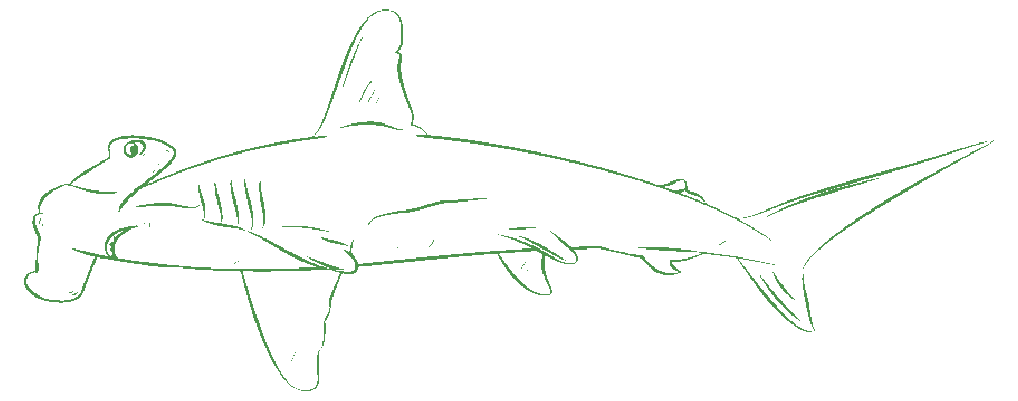
<source format=gbo>
G04*
G04 #@! TF.GenerationSoftware,Altium Limited,Altium Designer,24.2.2 (26)*
G04*
G04 Layer_Color=13421772*
%FSLAX44Y44*%
%MOMM*%
G71*
G04*
G04 #@! TF.SameCoordinates,6A8CA8D3-F6E6-494B-9A6B-4A02BC4B17F5*
G04*
G04*
G04 #@! TF.FilePolarity,Positive*
G04*
G01*
G75*
G36*
X920489Y818291D02*
X913870D01*
Y819237D01*
X920489D01*
Y818291D01*
D02*
G37*
G36*
X912924Y817346D02*
X910088D01*
Y818291D01*
X912924D01*
Y817346D01*
D02*
G37*
G36*
X910088Y816400D02*
X909142D01*
Y815454D01*
X907251D01*
Y814509D01*
X906306D01*
Y813563D01*
X904414D01*
Y814509D01*
X905360D01*
Y815454D01*
X906306D01*
Y816400D01*
X908197D01*
Y817346D01*
X910088D01*
Y816400D01*
D02*
G37*
G36*
X904414Y812618D02*
X903469D01*
Y813563D01*
X904414D01*
Y812618D01*
D02*
G37*
G36*
X897796Y794652D02*
X896850D01*
Y795598D01*
X897796D01*
Y794652D01*
D02*
G37*
G36*
X896850Y793707D02*
Y792761D01*
X895904D01*
Y794652D01*
X896850D01*
Y793707D01*
D02*
G37*
G36*
X895904Y790870D02*
X894959D01*
Y791815D01*
X895904D01*
Y790870D01*
D02*
G37*
G36*
X894959Y788033D02*
X894013D01*
Y786142D01*
X893068D01*
Y788979D01*
X894013D01*
Y789924D01*
X894959D01*
Y788033D01*
D02*
G37*
G36*
X893068Y783306D02*
X892122D01*
Y781414D01*
X891177D01*
Y778578D01*
X890231D01*
Y776687D01*
X889286D01*
Y773850D01*
X888340D01*
Y771013D01*
X887394D01*
Y769122D01*
X886449D01*
Y767231D01*
Y766285D01*
X885503D01*
Y763449D01*
X884558D01*
Y761558D01*
X883612D01*
Y764394D01*
X884558D01*
Y767231D01*
X885503D01*
Y770068D01*
X886449D01*
Y772904D01*
X887394D01*
Y775741D01*
X888340D01*
Y777632D01*
X889286D01*
Y779523D01*
X890231D01*
Y782360D01*
X891177D01*
Y784251D01*
X892122D01*
Y786142D01*
X893068D01*
Y783306D01*
D02*
G37*
G36*
X883612Y758721D02*
X882667D01*
Y761558D01*
X883612D01*
Y758721D01*
D02*
G37*
G36*
X905360Y756830D02*
X904414D01*
Y755884D01*
X903469D01*
Y757775D01*
X904414D01*
Y758721D01*
X905360D01*
Y756830D01*
D02*
G37*
G36*
X882667Y755884D02*
X881721D01*
Y758721D01*
X882667D01*
Y755884D01*
D02*
G37*
G36*
X903469Y754939D02*
X902523D01*
Y755884D01*
X903469D01*
Y754939D01*
D02*
G37*
G36*
X902523Y753993D02*
X901578D01*
Y754939D01*
X902523D01*
Y753993D01*
D02*
G37*
G36*
X881721D02*
X880776D01*
Y754939D01*
Y755884D01*
X881721D01*
Y753993D01*
D02*
G37*
G36*
X901578Y752102D02*
X900632D01*
Y753993D01*
X901578D01*
Y752102D01*
D02*
G37*
G36*
X908197Y750211D02*
X907251D01*
Y751157D01*
X908197D01*
Y750211D01*
D02*
G37*
G36*
X907251Y747374D02*
X906306D01*
Y749266D01*
X907251D01*
Y747374D01*
D02*
G37*
G36*
X906306Y746429D02*
X905360D01*
Y747374D01*
X906306D01*
Y746429D01*
D02*
G37*
G36*
X900632Y750211D02*
X899687D01*
Y748320D01*
X898741D01*
Y747374D01*
Y746429D01*
X897796D01*
Y749266D01*
X898741D01*
Y751157D01*
X899687D01*
Y752102D01*
X900632D01*
Y750211D01*
D02*
G37*
G36*
X905360Y744538D02*
X904414D01*
Y745483D01*
X905360D01*
Y744538D01*
D02*
G37*
G36*
X897796D02*
X896850D01*
Y745483D01*
Y746429D01*
X897796D01*
Y744538D01*
D02*
G37*
G36*
X911979Y743592D02*
X911033D01*
Y744538D01*
X911979D01*
Y743592D01*
D02*
G37*
G36*
X904414Y742647D02*
X903469D01*
Y743592D01*
Y744538D01*
X904414D01*
Y742647D01*
D02*
G37*
G36*
X896850Y743592D02*
Y742647D01*
X895904D01*
Y744538D01*
X896850D01*
Y743592D01*
D02*
G37*
G36*
X911033Y741701D02*
X910088D01*
Y742647D01*
X911033D01*
Y741701D01*
D02*
G37*
G36*
X903469Y740755D02*
X902523D01*
Y742647D01*
X903469D01*
Y740755D01*
D02*
G37*
G36*
X895904D02*
X894959D01*
Y741701D01*
Y742647D01*
X895904D01*
Y740755D01*
D02*
G37*
G36*
X910088Y739810D02*
X909142D01*
Y740755D01*
X910088D01*
Y739810D01*
D02*
G37*
G36*
X881721Y719008D02*
X878884D01*
Y719953D01*
X881721D01*
Y719008D01*
D02*
G37*
G36*
X903469Y811672D02*
X902523D01*
Y809781D01*
X901578D01*
Y808836D01*
X900632D01*
Y807890D01*
X899687D01*
Y806944D01*
X898741D01*
Y805053D01*
X897796D01*
Y804108D01*
X896850D01*
Y802217D01*
X895904D01*
Y800326D01*
X894959D01*
Y798434D01*
X894013D01*
Y797489D01*
X893068D01*
Y795598D01*
X892122D01*
Y793707D01*
X891177D01*
Y790870D01*
X890231D01*
Y788979D01*
X889286D01*
Y787088D01*
X888340D01*
Y784251D01*
X887394D01*
Y782360D01*
X886449D01*
Y779523D01*
X885503D01*
Y777632D01*
X884558D01*
Y774796D01*
X883612D01*
Y771959D01*
X882667D01*
Y769122D01*
X881721D01*
Y767231D01*
X880776D01*
Y764394D01*
X879830D01*
Y761558D01*
X878884D01*
Y759667D01*
X877939D01*
Y756830D01*
X876993D01*
Y753993D01*
X876048D01*
Y751157D01*
X875102D01*
Y749266D01*
X874157D01*
Y746429D01*
X873211D01*
Y743592D01*
X872265D01*
Y740755D01*
X871320D01*
Y738864D01*
X870374D01*
Y736028D01*
X869429D01*
Y734137D01*
X868483D01*
Y731300D01*
X867538D01*
Y729409D01*
X866592D01*
Y726572D01*
X865647D01*
Y724681D01*
X864701D01*
Y722790D01*
X863755D01*
Y720899D01*
X862810D01*
Y719008D01*
X861864D01*
Y718062D01*
X860919D01*
Y719953D01*
X861864D01*
Y721844D01*
X862810D01*
Y723736D01*
X863755D01*
Y726572D01*
X864701D01*
Y728463D01*
X865647D01*
Y731300D01*
X866592D01*
Y733191D01*
X867538D01*
Y736028D01*
X868483D01*
Y738864D01*
X869429D01*
Y741701D01*
X870374D01*
Y744538D01*
X871320D01*
Y747374D01*
X872265D01*
Y750211D01*
X873211D01*
Y753048D01*
X874157D01*
Y755884D01*
X875102D01*
Y758721D01*
X876048D01*
Y761558D01*
X876993D01*
Y764394D01*
X877939D01*
Y767231D01*
X878884D01*
Y770068D01*
X879830D01*
Y771959D01*
X880776D01*
Y774796D01*
X881721D01*
Y775741D01*
Y776687D01*
Y777632D01*
X882667D01*
Y779523D01*
X883612D01*
Y781414D01*
X884558D01*
Y784251D01*
X885503D01*
Y786142D01*
X886449D01*
Y788033D01*
X887394D01*
Y789924D01*
X888340D01*
Y791815D01*
X889286D01*
Y793707D01*
X890231D01*
Y795598D01*
X891177D01*
Y797489D01*
X892122D01*
Y799380D01*
X893068D01*
Y801271D01*
X894013D01*
Y802217D01*
X894959D01*
Y804108D01*
X895904D01*
Y805053D01*
X896850D01*
Y806944D01*
X897796D01*
Y807890D01*
X898741D01*
Y808836D01*
X899687D01*
Y809781D01*
X900632D01*
Y810727D01*
X901578D01*
Y812618D01*
X903469D01*
Y811672D01*
D02*
G37*
G36*
X907251Y723736D02*
X913870D01*
Y722790D01*
X916707D01*
Y721844D01*
X919543D01*
Y720899D01*
X922380D01*
Y719953D01*
X924271D01*
Y719008D01*
X927108D01*
Y718062D01*
X931836D01*
Y717117D01*
X926162D01*
Y718062D01*
X922380D01*
Y719008D01*
X919543D01*
Y719953D01*
X915761D01*
Y720899D01*
X909142D01*
Y721844D01*
X894013D01*
Y720899D01*
X886449D01*
Y719953D01*
X881721D01*
Y720899D01*
X884558D01*
Y721844D01*
X888340D01*
Y722790D01*
X893068D01*
Y723736D01*
X901578D01*
Y724681D01*
X907251D01*
Y723736D01*
D02*
G37*
G36*
X860919Y716171D02*
X859973D01*
Y717117D01*
Y718062D01*
X860919D01*
Y716171D01*
D02*
G37*
G36*
X859973Y715226D02*
X859028D01*
Y716171D01*
X859973D01*
Y715226D01*
D02*
G37*
G36*
X859028Y714280D02*
X858082D01*
Y715226D01*
X859028D01*
Y714280D01*
D02*
G37*
G36*
X858082Y713334D02*
X857137D01*
Y714280D01*
X858082D01*
Y713334D01*
D02*
G37*
G36*
X1432034Y707661D02*
X1431089D01*
Y708607D01*
X1432034D01*
Y707661D01*
D02*
G37*
G36*
X1431089Y706716D02*
X1430143D01*
Y707661D01*
X1431089D01*
Y706716D01*
D02*
G37*
G36*
X1426361D02*
X1424470D01*
Y707661D01*
X1426361D01*
Y706716D01*
D02*
G37*
G36*
X1430143Y705770D02*
X1429198D01*
Y706716D01*
X1430143D01*
Y705770D01*
D02*
G37*
G36*
X1428252Y704824D02*
X1427307D01*
Y705770D01*
X1428252D01*
Y704824D01*
D02*
G37*
G36*
X1423524Y705770D02*
X1420688D01*
Y704824D01*
X1416906D01*
Y705770D01*
X1419742D01*
Y706716D01*
X1423524D01*
Y705770D01*
D02*
G37*
G36*
X1427307Y703879D02*
X1425415D01*
Y704824D01*
X1427307D01*
Y703879D01*
D02*
G37*
G36*
X1425415Y702933D02*
X1423524D01*
Y703879D01*
X1425415D01*
Y702933D01*
D02*
G37*
G36*
X1423524Y701988D02*
X1421633D01*
Y702933D01*
X1423524D01*
Y701988D01*
D02*
G37*
G36*
X733269Y699151D02*
X734214D01*
Y698205D01*
X733269D01*
Y699151D01*
X731378D01*
Y700097D01*
X733269D01*
Y699151D01*
D02*
G37*
G36*
X713412Y696314D02*
X712467D01*
Y697260D01*
X713412D01*
Y696314D01*
D02*
G37*
G36*
X711521Y707661D02*
X712467D01*
Y706716D01*
X713412D01*
Y705770D01*
X714358D01*
Y701042D01*
X713412D01*
Y699151D01*
X712467D01*
Y698205D01*
X711521D01*
Y697260D01*
X710575D01*
Y696314D01*
X708684D01*
Y697260D01*
X709630D01*
Y698205D01*
X710575D01*
Y700097D01*
X711521D01*
Y701988D01*
X712467D01*
Y702933D01*
X711521D01*
Y704824D01*
X710575D01*
Y705770D01*
X709630D01*
Y706716D01*
X704902D01*
Y705770D01*
X705848D01*
Y704824D01*
X706793D01*
Y703879D01*
X707739D01*
Y697260D01*
X706793D01*
Y696314D01*
X705848D01*
Y695369D01*
X704902D01*
Y694423D01*
X703011D01*
Y693478D01*
X700174D01*
Y694423D01*
X698283D01*
Y695369D01*
X697338D01*
Y696314D01*
X696392D01*
Y697260D01*
X695447D01*
Y703879D01*
X696392D01*
Y704824D01*
X697338D01*
Y705770D01*
X698283D01*
Y706716D01*
X700174D01*
Y707661D01*
X702066D01*
Y708607D01*
X711521D01*
Y707661D01*
D02*
G37*
G36*
X712467Y695369D02*
X711521D01*
Y696314D01*
X712467D01*
Y695369D01*
D02*
G37*
G36*
X725704Y687804D02*
X724759D01*
Y688750D01*
X725704D01*
Y687804D01*
D02*
G37*
G36*
X721922Y682131D02*
X720977D01*
Y683077D01*
X721922D01*
Y682131D01*
D02*
G37*
G36*
X720977Y681186D02*
X720031D01*
Y682131D01*
X720977D01*
Y681186D01*
D02*
G37*
G36*
X1334642Y675512D02*
X1332751D01*
Y676458D01*
X1334642D01*
Y675512D01*
D02*
G37*
G36*
X924271Y817346D02*
X926162D01*
Y816400D01*
X927108D01*
Y815454D01*
X928053D01*
Y814509D01*
X928999D01*
Y812618D01*
X929944D01*
Y810727D01*
X930890D01*
Y806944D01*
X931836D01*
Y788979D01*
X930890D01*
Y787088D01*
X929944D01*
Y785197D01*
X928999D01*
Y784251D01*
X928053D01*
Y783306D01*
X928999D01*
Y782360D01*
X929944D01*
Y781414D01*
X930890D01*
Y773850D01*
X929944D01*
Y766285D01*
X930890D01*
Y760612D01*
X931836D01*
Y756830D01*
X932781D01*
Y753048D01*
X933727D01*
Y750211D01*
X934672D01*
Y747374D01*
X935618D01*
Y744538D01*
X936563D01*
Y741701D01*
X937509D01*
Y738864D01*
X938454D01*
Y736973D01*
X939400D01*
Y734137D01*
X940346D01*
Y730354D01*
X941291D01*
Y725627D01*
X940346D01*
Y721844D01*
X943182D01*
Y720899D01*
X945073D01*
Y719953D01*
X946964D01*
Y719008D01*
X947910D01*
Y718062D01*
X948856D01*
Y717117D01*
X949801D01*
Y716171D01*
X950747D01*
Y715226D01*
X951692D01*
Y714280D01*
X952638D01*
Y713334D01*
X955474D01*
Y712389D01*
X964930D01*
Y711443D01*
X972494D01*
Y710498D01*
X980059D01*
Y709552D01*
X986678D01*
Y708607D01*
X993297D01*
Y707661D01*
X998970D01*
Y706716D01*
X1004643D01*
Y705770D01*
X1010317D01*
Y704824D01*
X1015990D01*
Y703879D01*
X1021663D01*
Y702933D01*
X1026391D01*
Y701988D01*
X1031119D01*
Y701042D01*
X1035847D01*
Y700097D01*
X1040574D01*
Y699151D01*
X1045302D01*
Y698205D01*
X1049084D01*
Y697260D01*
X1053812D01*
Y696314D01*
X1058540D01*
Y695369D01*
X1062322D01*
Y694423D01*
X1066104D01*
Y693478D01*
X1069887D01*
Y692532D01*
X1073669D01*
Y691587D01*
X1078397D01*
Y690641D01*
X1082179D01*
Y689696D01*
X1085961D01*
Y688750D01*
X1088798D01*
Y687804D01*
X1092580D01*
Y686859D01*
X1096362D01*
Y685913D01*
X1100144D01*
Y684968D01*
X1102981D01*
Y684022D01*
X1106763D01*
Y683077D01*
X1109600D01*
Y682131D01*
X1113382D01*
Y681186D01*
X1116219D01*
Y680240D01*
X1119055D01*
Y679294D01*
X1122838D01*
Y678349D01*
X1125674D01*
Y677403D01*
X1128511D01*
Y676458D01*
X1131348D01*
Y675512D01*
X1135130D01*
Y674567D01*
X1137021D01*
Y673621D01*
X1140803D01*
Y672675D01*
X1143640D01*
Y671730D01*
X1145531D01*
Y670784D01*
X1153096D01*
Y671730D01*
X1155932D01*
Y672675D01*
X1157823D01*
Y673621D01*
X1160660D01*
Y674567D01*
X1163497D01*
Y675512D01*
X1170116D01*
Y674567D01*
X1171061D01*
Y673621D01*
X1172007D01*
Y669839D01*
X1172952D01*
Y666057D01*
X1174843D01*
Y665111D01*
X1178626D01*
Y664165D01*
X1180517D01*
Y663220D01*
X1182408D01*
Y662274D01*
X1183353D01*
Y661329D01*
X1185244D01*
Y660383D01*
X1186190D01*
Y658492D01*
X1187135D01*
Y657547D01*
X1188081D01*
Y656601D01*
X1186190D01*
Y657547D01*
X1185244D01*
Y658492D01*
X1184299D01*
Y659438D01*
X1183353D01*
Y660383D01*
X1181462D01*
Y661329D01*
X1178626D01*
Y662274D01*
X1175789D01*
Y663220D01*
X1172952D01*
Y664165D01*
X1172007D01*
Y665111D01*
X1171061D01*
Y666057D01*
X1170116D01*
Y665111D01*
X1168224D01*
Y664165D01*
X1167279D01*
Y663220D01*
X1169170D01*
Y662274D01*
X1172007D01*
Y661329D01*
X1173898D01*
Y660383D01*
X1176734D01*
Y659438D01*
X1178626D01*
Y658492D01*
X1181462D01*
Y657547D01*
X1183353D01*
Y656601D01*
X1185244D01*
Y655656D01*
X1189027D01*
Y654710D01*
X1189972D01*
Y653764D01*
X1191863D01*
Y652819D01*
X1194700D01*
Y651873D01*
X1196591D01*
Y650928D01*
X1198482D01*
Y649982D01*
X1200373D01*
Y649037D01*
X1202264D01*
Y648091D01*
X1204156D01*
Y647145D01*
X1206047D01*
Y646200D01*
X1207938D01*
Y645254D01*
X1209829D01*
Y644309D01*
X1211720D01*
Y643363D01*
X1214557D01*
Y642418D01*
X1216448D01*
Y641472D01*
X1217393D01*
Y640527D01*
X1219284D01*
Y639581D01*
X1220230D01*
Y638636D01*
X1222121D01*
Y637690D01*
X1224012D01*
Y636744D01*
X1225903D01*
Y635799D01*
X1226849D01*
Y634853D01*
X1228740D01*
Y633908D01*
X1229686D01*
Y632962D01*
X1231577D01*
Y632017D01*
X1233468D01*
Y631071D01*
X1234413D01*
Y630126D01*
X1236304D01*
Y629180D01*
X1237250D01*
Y628234D01*
X1239141D01*
Y627289D01*
X1240087D01*
Y626343D01*
X1241032D01*
Y625398D01*
X1240087D01*
Y626343D01*
X1239141D01*
Y627289D01*
X1237250D01*
Y628234D01*
X1235359D01*
Y629180D01*
X1234413D01*
Y630126D01*
X1232522D01*
Y631071D01*
X1231577D01*
Y632017D01*
X1229686D01*
Y632962D01*
X1227794D01*
Y633908D01*
X1226849D01*
Y634853D01*
X1224958D01*
Y635799D01*
X1223067D01*
Y636744D01*
X1222121D01*
Y637690D01*
X1220230D01*
Y638636D01*
X1218339D01*
Y639581D01*
X1216448D01*
Y640527D01*
X1214557D01*
Y641472D01*
X1212665D01*
Y642418D01*
X1210774D01*
Y643363D01*
X1208883D01*
Y644309D01*
X1206992D01*
Y645254D01*
X1205101D01*
Y646200D01*
X1203210D01*
Y647145D01*
X1201319D01*
Y648091D01*
X1199428D01*
Y649037D01*
X1197537D01*
Y649982D01*
X1195646D01*
Y650928D01*
X1192809D01*
Y651873D01*
X1190918D01*
Y652819D01*
X1189027D01*
Y653764D01*
X1186190D01*
Y654710D01*
X1184299D01*
Y655656D01*
X1182408D01*
Y656601D01*
X1179571D01*
Y657547D01*
X1177680D01*
Y658492D01*
X1174843D01*
Y659438D01*
X1172952D01*
Y660383D01*
X1170116D01*
Y661329D01*
X1167279D01*
Y662274D01*
X1165388D01*
Y663220D01*
X1162551D01*
Y664165D01*
X1159714D01*
Y665111D01*
X1156878D01*
Y666057D01*
X1154987D01*
Y667002D01*
X1152150D01*
Y667948D01*
X1149313D01*
Y668893D01*
X1146477D01*
Y669839D01*
X1143640D01*
Y670784D01*
X1140803D01*
Y671730D01*
X1137967D01*
Y672675D01*
X1135130D01*
Y673621D01*
X1132293D01*
Y674567D01*
X1128511D01*
Y675512D01*
X1125674D01*
Y676458D01*
X1122838D01*
Y677403D01*
X1119055D01*
Y678349D01*
X1116219D01*
Y679294D01*
X1112437D01*
Y680240D01*
X1109600D01*
Y681186D01*
X1105818D01*
Y682131D01*
X1102981D01*
Y683077D01*
X1099199D01*
Y684022D01*
X1095417D01*
Y684968D01*
X1091634D01*
Y685913D01*
X1087852D01*
Y686859D01*
X1085016D01*
Y687804D01*
X1081233D01*
Y688750D01*
X1077451D01*
Y689696D01*
X1072723D01*
Y690641D01*
X1068941D01*
Y691587D01*
X1065159D01*
Y692532D01*
X1060431D01*
Y693478D01*
X1056649D01*
Y694423D01*
X1051921D01*
Y695369D01*
X1047193D01*
Y696314D01*
X1043411D01*
Y697260D01*
X1037738D01*
Y698205D01*
X1033010D01*
Y699151D01*
X1028282D01*
Y700097D01*
X1023554D01*
Y701042D01*
X1017881D01*
Y701988D01*
X1012208D01*
Y702933D01*
X1006534D01*
Y703879D01*
X1000861D01*
Y704824D01*
X995188D01*
Y705770D01*
X988569D01*
Y706716D01*
X981004D01*
Y707661D01*
X973440D01*
Y708607D01*
X966821D01*
Y709552D01*
X957365D01*
Y710498D01*
X949801D01*
Y711443D01*
X944128D01*
Y712389D01*
X943182D01*
Y713334D01*
X951692D01*
Y714280D01*
X950747D01*
Y715226D01*
X949801D01*
Y716171D01*
X948856D01*
Y717117D01*
X947910D01*
Y718062D01*
X946019D01*
Y719008D01*
X944128D01*
Y719953D01*
X942237D01*
Y720899D01*
X938454D01*
Y723736D01*
X939400D01*
Y731300D01*
X938454D01*
Y734137D01*
X937509D01*
Y736028D01*
X936563D01*
Y738864D01*
X935618D01*
Y740755D01*
X934672D01*
Y741701D01*
Y742647D01*
Y743592D01*
X933727D01*
Y745483D01*
X932781D01*
Y748320D01*
X931836D01*
Y751157D01*
X930890D01*
Y753993D01*
X929944D01*
Y756830D01*
X928999D01*
Y760612D01*
X928053D01*
Y766285D01*
X927108D01*
Y772904D01*
X928053D01*
Y777632D01*
X928999D01*
Y781414D01*
X927108D01*
Y782360D01*
X925217D01*
Y783306D01*
X926162D01*
Y784251D01*
X927108D01*
Y785197D01*
X928053D01*
Y787088D01*
X928999D01*
Y788979D01*
X929944D01*
Y808836D01*
X928999D01*
Y811672D01*
X928053D01*
Y813563D01*
X927108D01*
Y814509D01*
X926162D01*
Y815454D01*
X925217D01*
Y816400D01*
X924271D01*
Y817346D01*
X921434D01*
Y818291D01*
X924271D01*
Y817346D01*
D02*
G37*
G36*
X759744Y652819D02*
X758799D01*
Y653764D01*
X759744D01*
Y652819D01*
D02*
G37*
G36*
X758799Y651873D02*
X756908D01*
Y652819D01*
X758799D01*
Y651873D01*
D02*
G37*
G36*
X736106Y654710D02*
X740833D01*
Y653764D01*
X744616D01*
Y652819D01*
X750289D01*
Y651873D01*
X756908D01*
Y650928D01*
X744616D01*
Y651873D01*
X738942D01*
Y652819D01*
X714358D01*
Y651873D01*
X705848D01*
Y652819D01*
X708684D01*
Y653764D01*
X714358D01*
Y654710D01*
X720977D01*
Y655656D01*
X736106D01*
Y654710D01*
D02*
G37*
G36*
X1416906Y703879D02*
X1414069D01*
Y702933D01*
X1411232D01*
Y701988D01*
X1408396D01*
Y701042D01*
X1405559D01*
Y700097D01*
X1402722D01*
Y699151D01*
X1399886D01*
Y698205D01*
X1397049D01*
Y697260D01*
X1394212D01*
Y696314D01*
X1391376D01*
Y695369D01*
X1388539D01*
Y694423D01*
X1385702D01*
Y693478D01*
X1382866D01*
Y692532D01*
X1380029D01*
Y691587D01*
X1377192D01*
Y690641D01*
X1373410D01*
Y689696D01*
X1370573D01*
Y688750D01*
X1367737D01*
Y687804D01*
X1364900D01*
Y686859D01*
X1361118D01*
Y685913D01*
X1358281D01*
Y684968D01*
X1355444D01*
Y684022D01*
X1352608D01*
Y683077D01*
X1348826D01*
Y682131D01*
X1345989D01*
Y681186D01*
X1342207D01*
Y680240D01*
X1339370D01*
Y679294D01*
X1336533D01*
Y678349D01*
X1332751D01*
Y677403D01*
X1329914D01*
Y676458D01*
X1326132D01*
Y675512D01*
X1322350D01*
Y674567D01*
X1319513D01*
Y673621D01*
X1316677D01*
Y672675D01*
X1320459D01*
Y673621D01*
X1324241D01*
Y674567D01*
X1328023D01*
Y675512D01*
X1331806D01*
Y674567D01*
X1328969D01*
Y673621D01*
X1325187D01*
Y672675D01*
X1322350D01*
Y671730D01*
X1319513D01*
Y670784D01*
X1315731D01*
Y669839D01*
X1312894D01*
Y668893D01*
X1310058D01*
Y667948D01*
X1306275D01*
Y667002D01*
X1303439D01*
Y666057D01*
X1300602D01*
Y665111D01*
X1297766D01*
Y664165D01*
X1294929D01*
Y663220D01*
X1292092D01*
Y662274D01*
X1289256D01*
Y661329D01*
X1285473D01*
Y660383D01*
X1281691D01*
Y659438D01*
X1279800D01*
Y658492D01*
X1276963D01*
Y657547D01*
X1274127D01*
Y656601D01*
X1271290D01*
Y655656D01*
X1268453D01*
Y654710D01*
X1265617D01*
Y653764D01*
X1262780D01*
Y652819D01*
X1260889D01*
Y651873D01*
X1258052D01*
Y650928D01*
X1256161D01*
Y649982D01*
X1253324D01*
Y649037D01*
X1251433D01*
Y648091D01*
X1248597D01*
Y649037D01*
X1250488D01*
Y649982D01*
X1252379D01*
Y650928D01*
X1254270D01*
Y651873D01*
X1256161D01*
Y652819D01*
X1258052D01*
Y653764D01*
X1260889D01*
Y654710D01*
X1262780D01*
Y655656D01*
X1265617D01*
Y656601D01*
X1267508D01*
Y657547D01*
X1270344D01*
Y658492D01*
X1272236D01*
Y659438D01*
X1275072D01*
Y660383D01*
X1277909D01*
Y661329D01*
X1280746D01*
Y662274D01*
X1283582D01*
Y663220D01*
X1279800D01*
Y662274D01*
X1276963D01*
Y661329D01*
X1274127D01*
Y660383D01*
X1271290D01*
Y659438D01*
X1268453D01*
Y658492D01*
X1265617D01*
Y657547D01*
X1262780D01*
Y656601D01*
X1259943D01*
Y655656D01*
X1257107D01*
Y654710D01*
X1254270D01*
Y653764D01*
X1252379D01*
Y652819D01*
X1249542D01*
Y651873D01*
X1247651D01*
Y650928D01*
X1244815D01*
Y649982D01*
X1242923D01*
Y649037D01*
X1240087D01*
Y648091D01*
X1237250D01*
Y649037D01*
X1239141D01*
Y649982D01*
X1241032D01*
Y650928D01*
X1243869D01*
Y651873D01*
X1245760D01*
Y652819D01*
X1248597D01*
Y653764D01*
X1250488D01*
Y654710D01*
X1252379D01*
Y655656D01*
X1255216D01*
Y656601D01*
X1257107D01*
Y657547D01*
X1259943D01*
Y658492D01*
X1262780D01*
Y659438D01*
X1265617D01*
Y660383D01*
X1267508D01*
Y661329D01*
X1270344D01*
Y662274D01*
X1273181D01*
Y663220D01*
X1276963D01*
Y664165D01*
X1278854D01*
Y665111D01*
X1282637D01*
Y666057D01*
X1285473D01*
Y667002D01*
X1288310D01*
Y667948D01*
X1291147D01*
Y668893D01*
X1293983D01*
Y669839D01*
X1297766D01*
Y670784D01*
X1300602D01*
Y671730D01*
X1303439D01*
Y672675D01*
X1307221D01*
Y673621D01*
X1310058D01*
Y674567D01*
X1312894D01*
Y675512D01*
X1316677D01*
Y676458D01*
X1319513D01*
Y677403D01*
X1323295D01*
Y678349D01*
X1326132D01*
Y679294D01*
X1329914D01*
Y680240D01*
X1332751D01*
Y681186D01*
X1336533D01*
Y682131D01*
X1340316D01*
Y683077D01*
X1343152D01*
Y684022D01*
X1346934D01*
Y684968D01*
X1349771D01*
Y685913D01*
X1353553D01*
Y686859D01*
X1357336D01*
Y687804D01*
X1360172D01*
Y688750D01*
X1363954D01*
Y689696D01*
X1366791D01*
Y690641D01*
X1370573D01*
Y691587D01*
X1373410D01*
Y692532D01*
X1376247D01*
Y693478D01*
X1380029D01*
Y694423D01*
X1382866D01*
Y695369D01*
X1385702D01*
Y696314D01*
X1388539D01*
Y697260D01*
X1392321D01*
Y698205D01*
X1395158D01*
Y699151D01*
X1397994D01*
Y700097D01*
X1400831D01*
Y701042D01*
X1403668D01*
Y701988D01*
X1407450D01*
Y702933D01*
X1410287D01*
Y703879D01*
X1413123D01*
Y704824D01*
X1416906D01*
Y703879D01*
D02*
G37*
G36*
X703957Y712389D02*
X713412D01*
Y711443D01*
X719086D01*
Y710498D01*
X722868D01*
Y709552D01*
X726650D01*
Y708607D01*
X728541D01*
Y707661D01*
X730432D01*
Y706716D01*
X732323D01*
Y705770D01*
X734214D01*
Y704824D01*
X735160D01*
Y703879D01*
X737051D01*
Y702933D01*
X737997D01*
Y701988D01*
X738942D01*
Y701042D01*
X739888D01*
Y694423D01*
X738942D01*
Y692532D01*
X737997D01*
Y691587D01*
X737051D01*
Y690641D01*
X736106D01*
Y688750D01*
X735160D01*
Y687804D01*
X734214D01*
Y686859D01*
X733269D01*
Y685913D01*
X732323D01*
Y684968D01*
X731378D01*
Y684022D01*
X729487D01*
Y683077D01*
X728541D01*
Y682131D01*
X727596D01*
Y681186D01*
X726650D01*
Y680240D01*
X725704D01*
Y679294D01*
X724759D01*
Y678349D01*
X722868D01*
Y677403D01*
X721922D01*
Y676458D01*
X720977D01*
Y675512D01*
X720031D01*
Y674567D01*
X718140D01*
Y673621D01*
X717195D01*
Y672675D01*
X720031D01*
Y673621D01*
X721922D01*
Y674567D01*
X723813D01*
Y675512D01*
X726650D01*
Y676458D01*
X728541D01*
Y677403D01*
X730432D01*
Y678349D01*
X733269D01*
Y679294D01*
X735160D01*
Y680240D01*
X737997D01*
Y681186D01*
X739888D01*
Y682131D01*
X742724D01*
Y683077D01*
X744616D01*
Y684022D01*
X747452D01*
Y684968D01*
X750289D01*
Y685913D01*
X752180D01*
Y686859D01*
X755017D01*
Y687804D01*
X757853D01*
Y688750D01*
X760690D01*
Y689696D01*
X763527D01*
Y690641D01*
X766363D01*
Y691587D01*
X769200D01*
Y692532D01*
X772037D01*
Y693478D01*
X774873D01*
Y694423D01*
X777710D01*
Y695369D01*
X781492D01*
Y696314D01*
X784329D01*
Y697260D01*
X788111D01*
Y698205D01*
X790948D01*
Y699151D01*
X794730D01*
Y700097D01*
X798512D01*
Y701042D01*
X802294D01*
Y701988D01*
X806077D01*
Y702933D01*
X809859D01*
Y703879D01*
X814587D01*
Y704824D01*
X818369D01*
Y705770D01*
X823097D01*
Y706716D01*
X827824D01*
Y707661D01*
X833498D01*
Y708607D01*
X838226D01*
Y709552D01*
X844844D01*
Y710498D01*
X851463D01*
Y711443D01*
X855246D01*
Y712389D01*
X857137D01*
Y711443D01*
X859973D01*
Y712389D01*
X867538D01*
Y711443D01*
X865647D01*
Y710498D01*
X859973D01*
Y709552D01*
X853354D01*
Y708607D01*
X846736D01*
Y707661D01*
X841062D01*
Y706716D01*
X835389D01*
Y705770D01*
X829716D01*
Y704824D01*
X824988D01*
Y703879D01*
X820260D01*
Y702933D01*
X815532D01*
Y701988D01*
X810804D01*
Y701042D01*
X807022D01*
Y700097D01*
X802294D01*
Y699151D01*
X798512D01*
Y698205D01*
X795676D01*
Y697260D01*
X791893D01*
Y696314D01*
X788111D01*
Y695369D01*
X784329D01*
Y694423D01*
X781492D01*
Y693478D01*
X777710D01*
Y692532D01*
X774873D01*
Y691587D01*
X772037D01*
Y690641D01*
X769200D01*
Y689696D01*
X766363D01*
Y688750D01*
X763527D01*
Y687804D01*
X760690D01*
Y686859D01*
X757853D01*
Y685913D01*
X755017D01*
Y684968D01*
X752180D01*
Y684022D01*
X749343D01*
Y683077D01*
X747452D01*
Y682131D01*
X744616D01*
Y681186D01*
X741779D01*
Y680240D01*
X739888D01*
Y679294D01*
X737051D01*
Y678349D01*
X735160D01*
Y677403D01*
X732323D01*
Y676458D01*
X730432D01*
Y675512D01*
X727596D01*
Y674567D01*
X725704D01*
Y673621D01*
X723813D01*
Y672675D01*
X720977D01*
Y671730D01*
X719086D01*
Y670784D01*
X716249D01*
Y669839D01*
X714358D01*
Y668893D01*
X711521D01*
Y667948D01*
X710575D01*
Y667002D01*
X708684D01*
Y666057D01*
X707739D01*
Y665111D01*
X706793D01*
Y664165D01*
X705848D01*
Y663220D01*
X704902D01*
Y662274D01*
X703957D01*
Y661329D01*
X703011D01*
Y660383D01*
X701120D01*
Y659438D01*
X700174D01*
Y658492D01*
X699229D01*
Y656601D01*
X698283D01*
Y655656D01*
X697338D01*
Y654710D01*
X696392D01*
Y653764D01*
X695447D01*
Y652819D01*
X694501D01*
Y650928D01*
X693556D01*
Y649982D01*
X692610D01*
Y648091D01*
X690719D01*
Y649037D01*
X691664D01*
Y652819D01*
X692610D01*
Y654710D01*
X693556D01*
Y655656D01*
X694501D01*
Y657547D01*
X695447D01*
Y658492D01*
X696392D01*
Y659438D01*
X697338D01*
Y660383D01*
X698283D01*
Y661329D01*
X699229D01*
Y662274D01*
X700174D01*
Y663220D01*
X701120D01*
Y664165D01*
X703011D01*
Y665111D01*
X703957D01*
Y667002D01*
X704902D01*
Y667948D01*
X706793D01*
Y668893D01*
X707739D01*
Y669839D01*
X709630D01*
Y670784D01*
X710575D01*
Y671730D01*
X711521D01*
Y672675D01*
X713412D01*
Y673621D01*
X714358D01*
Y674567D01*
X715303D01*
Y675512D01*
X716249D01*
Y676458D01*
X718140D01*
Y677403D01*
X719086D01*
Y678349D01*
X720031D01*
Y679294D01*
X721922D01*
Y680240D01*
X722868D01*
Y681186D01*
X723813D01*
Y682131D01*
X724759D01*
Y683077D01*
X725704D01*
Y684022D01*
X727596D01*
Y684968D01*
X728541D01*
Y685913D01*
X729487D01*
Y686859D01*
X730432D01*
Y687804D01*
X731378D01*
Y688750D01*
X732323D01*
Y689696D01*
X733269D01*
Y690641D01*
X734214D01*
Y691587D01*
X735160D01*
Y692532D01*
X736106D01*
Y694423D01*
X737051D01*
Y696314D01*
X737997D01*
Y699151D01*
X737051D01*
Y701042D01*
X736106D01*
Y701988D01*
X734214D01*
Y702933D01*
X733269D01*
Y703879D01*
X731378D01*
Y704824D01*
X729487D01*
Y705770D01*
X727596D01*
Y706716D01*
X724759D01*
Y707661D01*
X721922D01*
Y708607D01*
X715303D01*
Y709552D01*
X708684D01*
Y710498D01*
X699229D01*
Y709552D01*
X691664D01*
Y708607D01*
X688828D01*
Y707661D01*
X686937D01*
Y706716D01*
X685991D01*
Y705770D01*
X685045D01*
Y704824D01*
X684100D01*
Y701988D01*
X683154D01*
Y701042D01*
X684100D01*
Y692532D01*
X682209D01*
Y691587D01*
X680318D01*
Y690641D01*
X679372D01*
Y689696D01*
X677481D01*
Y688750D01*
X676536D01*
Y687804D01*
X674644D01*
Y686859D01*
X672753D01*
Y685913D01*
X671808D01*
Y684968D01*
X669917D01*
Y684022D01*
X668971D01*
Y683077D01*
X668026D01*
Y682131D01*
X666134D01*
Y681186D01*
X664243D01*
Y680240D01*
X663298D01*
Y679294D01*
X661407D01*
Y678349D01*
X659516D01*
Y677403D01*
X658570D01*
Y676458D01*
X656679D01*
Y675512D01*
X655733D01*
Y674567D01*
X654788D01*
Y673621D01*
X652897D01*
Y672675D01*
X651951D01*
Y671730D01*
X651006D01*
Y670784D01*
X652897D01*
Y669839D01*
X656679D01*
Y668893D01*
X659516D01*
Y667948D01*
X663298D01*
Y667002D01*
X668026D01*
Y666057D01*
X674644D01*
Y665111D01*
X689773D01*
Y664165D01*
X687882D01*
Y663220D01*
X671808D01*
Y664165D01*
X667080D01*
Y665111D01*
X663298D01*
Y666057D01*
X660461D01*
Y667002D01*
X657624D01*
Y667948D01*
X654788D01*
Y668893D01*
X652897D01*
Y669839D01*
X648169D01*
Y670784D01*
X645332D01*
Y671730D01*
X650060D01*
Y672675D01*
X651006D01*
Y673621D01*
X651951D01*
Y674567D01*
X652897D01*
Y675512D01*
X653842D01*
Y676458D01*
X654788D01*
Y677403D01*
X655733D01*
Y678349D01*
X657624D01*
Y679294D01*
X658570D01*
Y680240D01*
X659516D01*
Y681186D01*
X661407D01*
Y682131D01*
X662352D01*
Y683077D01*
X664243D01*
Y684022D01*
X666134D01*
Y684968D01*
X668026D01*
Y685913D01*
X668971D01*
Y686859D01*
X670862D01*
Y687804D01*
X672753D01*
Y688750D01*
X674644D01*
Y689696D01*
X675590D01*
Y690641D01*
X677481D01*
Y691587D01*
X679372D01*
Y692532D01*
X681263D01*
Y693478D01*
X682209D01*
Y694423D01*
X683154D01*
Y699151D01*
X682209D01*
Y704824D01*
X683154D01*
Y706716D01*
X684100D01*
Y707661D01*
X685045D01*
Y708607D01*
X685991D01*
Y709552D01*
X687882D01*
Y710498D01*
X690719D01*
Y711443D01*
X693556D01*
Y712389D01*
X702066D01*
Y713334D01*
X703957D01*
Y712389D01*
D02*
G37*
G36*
X1248597Y647145D02*
X1246706D01*
Y648091D01*
X1248597D01*
Y647145D01*
D02*
G37*
G36*
X1246706Y646200D02*
X1244815D01*
Y647145D01*
X1246706D01*
Y646200D01*
D02*
G37*
G36*
X1237250Y647145D02*
X1235359D01*
Y646200D01*
X1232522D01*
Y647145D01*
X1234413D01*
Y648091D01*
X1237250D01*
Y647145D01*
D02*
G37*
G36*
X1244815Y645254D02*
X1242923D01*
Y646200D01*
X1244815D01*
Y645254D01*
D02*
G37*
G36*
X1232522D02*
X1229686D01*
Y646200D01*
X1232522D01*
Y645254D01*
D02*
G37*
G36*
X1242923Y644309D02*
X1241032D01*
Y645254D01*
X1242923D01*
Y644309D01*
D02*
G37*
G36*
X1229686D02*
X1227794D01*
Y645254D01*
X1229686D01*
Y644309D01*
D02*
G37*
G36*
X1241032Y643363D02*
X1240087D01*
Y644309D01*
X1241032D01*
Y643363D01*
D02*
G37*
G36*
X1226849D02*
X1224012D01*
Y644309D01*
X1226849D01*
Y643363D01*
D02*
G37*
G36*
X1223067Y642418D02*
X1220230D01*
Y643363D01*
X1223067D01*
Y642418D01*
D02*
G37*
G36*
X759744Y667002D02*
X760690D01*
Y664165D01*
X761636D01*
Y661329D01*
X762581D01*
Y658492D01*
X763527D01*
Y655656D01*
X764472D01*
Y642418D01*
X763527D01*
Y643363D01*
Y649037D01*
X762581D01*
Y652819D01*
X761636D01*
Y655656D01*
X760690D01*
Y659438D01*
X759744D01*
Y664165D01*
X758799D01*
Y670784D01*
X759744D01*
Y667002D01*
D02*
G37*
G36*
X1002752Y658492D02*
X995188D01*
Y657547D01*
X986678D01*
Y656601D01*
X978168D01*
Y655656D01*
X966821D01*
Y654710D01*
X962093D01*
Y653764D01*
X959257D01*
Y652819D01*
X955474D01*
Y651873D01*
X952638D01*
Y650928D01*
X949801D01*
Y649982D01*
X946019D01*
Y649037D01*
X942237D01*
Y648091D01*
X937509D01*
Y647145D01*
X928053D01*
Y646200D01*
X921434D01*
Y645254D01*
X916707D01*
Y644309D01*
X912924D01*
Y643363D01*
X910088D01*
Y642418D01*
X908197D01*
Y641472D01*
X906306D01*
Y642418D01*
X907251D01*
Y643363D01*
X909142D01*
Y644309D01*
X911979D01*
Y645254D01*
X914816D01*
Y646200D01*
X918598D01*
Y647145D01*
X922380D01*
Y648091D01*
X927108D01*
Y649037D01*
X934672D01*
Y649982D01*
X939400D01*
Y650928D01*
X944128D01*
Y651873D01*
X946964D01*
Y652819D01*
X949801D01*
Y653764D01*
X952638D01*
Y654710D01*
X956420D01*
Y655656D01*
X959257D01*
Y656601D01*
X963039D01*
Y657547D01*
X978168D01*
Y658492D01*
X991406D01*
Y659438D01*
X1002752D01*
Y658492D01*
D02*
G37*
G36*
X906306Y640527D02*
X905360D01*
Y641472D01*
X906306D01*
Y640527D01*
D02*
G37*
G36*
X625476Y641472D02*
Y640527D01*
X624530D01*
Y642418D01*
X625476D01*
Y641472D01*
D02*
G37*
G36*
X905360Y639581D02*
X904414D01*
Y640527D01*
X905360D01*
Y639581D01*
D02*
G37*
G36*
X772982Y671730D02*
X773928D01*
Y670784D01*
Y669839D01*
Y667948D01*
X774873D01*
Y663220D01*
X775819D01*
Y660383D01*
X776764D01*
Y656601D01*
X777710D01*
Y651873D01*
X778655D01*
Y645254D01*
X779601D01*
Y641472D01*
X778655D01*
Y639581D01*
X777710D01*
Y647145D01*
X776764D01*
Y649982D01*
X775819D01*
Y653764D01*
X774873D01*
Y658492D01*
X773928D01*
Y661329D01*
X772982D01*
Y669839D01*
X772037D01*
Y672675D01*
X772982D01*
Y671730D01*
D02*
G37*
G36*
X787166Y668893D02*
X788111D01*
Y665111D01*
X789057D01*
Y661329D01*
X790002D01*
Y658492D01*
X790948D01*
Y653764D01*
X791893D01*
Y649037D01*
X792839D01*
Y643363D01*
Y642418D01*
Y637690D01*
X791893D01*
Y643363D01*
X790948D01*
Y648091D01*
X790002D01*
Y651873D01*
X789057D01*
Y654710D01*
X788111D01*
Y658492D01*
X787166D01*
Y663220D01*
X786220D01*
Y670784D01*
X785275D01*
Y672675D01*
X786220D01*
Y674567D01*
X787166D01*
Y668893D01*
D02*
G37*
G36*
X713412Y637690D02*
X712467D01*
Y638636D01*
X713412D01*
Y637690D01*
D02*
G37*
G36*
X624530D02*
X623585D01*
Y639581D01*
Y640527D01*
X624530D01*
Y637690D01*
D02*
G37*
G36*
X904414D02*
X903469D01*
Y636744D01*
X902523D01*
Y637690D01*
Y638636D01*
X903469D01*
Y639581D01*
X904414D01*
Y637690D01*
D02*
G37*
G36*
X811750Y665111D02*
X812696D01*
Y660383D01*
X813641D01*
Y656601D01*
X814587D01*
Y649982D01*
X815532D01*
Y637690D01*
X814587D01*
Y635799D01*
X813641D01*
Y647145D01*
X812696D01*
Y651873D01*
X811750D01*
Y652819D01*
Y656601D01*
X810804D01*
Y665111D01*
X809859D01*
Y672675D01*
X810804D01*
Y673621D01*
X811750D01*
Y665111D01*
D02*
G37*
G36*
X627367Y635799D02*
X626421D01*
Y637690D01*
X627367D01*
Y635799D01*
D02*
G37*
G36*
X798512Y672675D02*
X799458D01*
Y667948D01*
X800403D01*
Y664165D01*
X801349D01*
Y660383D01*
X802294D01*
Y657547D01*
X803240D01*
Y653764D01*
X804185D01*
Y649037D01*
X805131D01*
Y634853D01*
X804185D01*
Y642418D01*
X803240D01*
Y644309D01*
Y645254D01*
Y647145D01*
X802294D01*
Y649982D01*
X801349D01*
Y653764D01*
X800403D01*
Y658492D01*
X799458D01*
Y663220D01*
X798512D01*
Y668893D01*
X797567D01*
Y675512D01*
X798512D01*
Y672675D01*
D02*
G37*
G36*
X718140Y637690D02*
Y636744D01*
Y634853D01*
X717195D01*
Y638636D01*
X718140D01*
Y637690D01*
D02*
G37*
G36*
X813641Y633908D02*
X812696D01*
Y634853D01*
X813641D01*
Y633908D01*
D02*
G37*
G36*
X1044357D02*
X1035847D01*
Y632962D01*
X1021663D01*
Y633908D01*
X1028282D01*
Y634853D01*
X1044357D01*
Y633908D01*
D02*
G37*
G36*
X804185Y632962D02*
X803240D01*
Y633908D01*
Y634853D01*
X804185D01*
Y632962D01*
D02*
G37*
G36*
X851463Y634853D02*
X857137D01*
Y633908D01*
X861864D01*
Y632962D01*
X865647D01*
Y632017D01*
X860919D01*
Y632962D01*
X855246D01*
Y633908D01*
X846736D01*
Y634853D01*
X829716D01*
Y635799D01*
X851463D01*
Y634853D01*
D02*
G37*
G36*
X763527Y640527D02*
X767309D01*
Y639581D01*
X772037D01*
Y638636D01*
X778655D01*
Y637690D01*
X783383D01*
Y636744D01*
X788111D01*
Y635799D01*
X791893D01*
Y634853D01*
X794730D01*
Y633908D01*
X796621D01*
Y632962D01*
X798512D01*
Y632017D01*
X796621D01*
Y632962D01*
X792839D01*
Y633908D01*
X786220D01*
Y634853D01*
X779601D01*
Y635799D01*
X774873D01*
Y636744D01*
X771091D01*
Y637690D01*
X768254D01*
Y638636D01*
X765418D01*
Y639581D01*
X763527D01*
Y640527D01*
X761636D01*
Y641472D01*
X763527D01*
Y640527D01*
D02*
G37*
G36*
X869429Y631071D02*
X866592D01*
Y632017D01*
X869429D01*
Y631071D01*
D02*
G37*
G36*
X1013153Y628234D02*
X1012208D01*
Y629180D01*
X1013153D01*
Y628234D01*
D02*
G37*
G36*
X1242923Y624452D02*
X1243869D01*
Y623507D01*
X1242923D01*
Y624452D01*
X1241978D01*
Y625398D01*
X1242923D01*
Y624452D01*
D02*
G37*
G36*
X1205101Y622561D02*
X1204156D01*
Y623507D01*
X1205101D01*
Y622561D01*
D02*
G37*
G36*
X958311Y623507D02*
Y622561D01*
X957365D01*
Y624452D01*
X958311D01*
Y623507D01*
D02*
G37*
G36*
X890231Y622561D02*
X889286D01*
Y623507D01*
Y624452D01*
X890231D01*
Y622561D01*
D02*
G37*
G36*
X1204156Y621615D02*
X1202264D01*
Y622561D01*
X1204156D01*
Y621615D01*
D02*
G37*
G36*
X1202264Y620670D02*
X1201319D01*
Y621615D01*
X1202264D01*
Y620670D01*
D02*
G37*
G36*
X957365D02*
X956420D01*
Y622561D01*
X957365D01*
Y620670D01*
D02*
G37*
G36*
X1201319Y619724D02*
X1199428D01*
Y620670D01*
X1201319D01*
Y619724D01*
D02*
G37*
G36*
X956420D02*
X955474D01*
Y620670D01*
X956420D01*
Y619724D01*
D02*
G37*
G36*
X955474Y618779D02*
X954529D01*
Y619724D01*
X955474D01*
Y618779D01*
D02*
G37*
G36*
X864701Y625398D02*
X868483D01*
Y624452D01*
X873211D01*
Y623507D01*
X876993D01*
Y622561D01*
X879830D01*
Y621615D01*
X881721D01*
Y620670D01*
X883612D01*
Y619724D01*
X885503D01*
Y618779D01*
X883612D01*
Y619724D01*
X878884D01*
Y620670D01*
X874157D01*
Y621615D01*
X870374D01*
Y622561D01*
X867538D01*
Y623507D01*
X865647D01*
Y624452D01*
X863755D01*
Y625398D01*
X862810D01*
Y626343D01*
X864701D01*
Y625398D01*
D02*
G37*
G36*
X954529Y617833D02*
X953583D01*
Y618779D01*
X954529D01*
Y617833D01*
D02*
G37*
G36*
X928053Y616888D02*
X927108D01*
Y617833D01*
X928053D01*
Y616888D01*
D02*
G37*
G36*
X1421633Y701042D02*
X1420688D01*
Y700097D01*
X1418797D01*
Y699151D01*
X1416906D01*
Y698205D01*
X1415014D01*
Y697260D01*
X1413123D01*
Y696314D01*
X1412178D01*
Y695369D01*
X1410287D01*
Y694423D01*
X1408396D01*
Y693478D01*
X1406505D01*
Y692532D01*
X1404613D01*
Y691587D01*
X1403668D01*
Y690641D01*
X1401777D01*
Y689696D01*
X1399886D01*
Y688750D01*
X1397994D01*
Y687804D01*
X1396103D01*
Y686859D01*
X1395158D01*
Y685913D01*
X1393267D01*
Y684968D01*
X1391376D01*
Y684022D01*
X1389484D01*
Y683077D01*
X1388539D01*
Y682131D01*
X1386648D01*
Y681186D01*
X1384757D01*
Y680240D01*
X1382866D01*
Y679294D01*
X1381920D01*
Y678349D01*
X1380029D01*
Y677403D01*
X1378138D01*
Y676458D01*
X1376247D01*
Y675512D01*
X1375301D01*
Y674567D01*
X1373410D01*
Y673621D01*
X1371519D01*
Y672675D01*
X1369628D01*
Y671730D01*
X1368682D01*
Y670784D01*
X1366791D01*
Y669839D01*
X1364900D01*
Y668893D01*
X1363954D01*
Y667948D01*
X1362063D01*
Y667002D01*
X1360172D01*
Y666057D01*
X1359227D01*
Y665111D01*
X1357336D01*
Y664165D01*
X1355444D01*
Y663220D01*
X1354499D01*
Y662274D01*
X1352608D01*
Y661329D01*
X1350717D01*
Y660383D01*
X1349771D01*
Y659438D01*
X1347880D01*
Y658492D01*
X1345989D01*
Y657547D01*
X1345043D01*
Y656601D01*
X1343152D01*
Y655656D01*
X1341261D01*
Y654710D01*
X1340316D01*
Y653764D01*
X1338425D01*
Y652819D01*
X1336533D01*
Y651873D01*
X1335588D01*
Y650928D01*
X1333697D01*
Y649982D01*
X1331806D01*
Y649037D01*
X1330860D01*
Y648091D01*
X1328969D01*
Y647145D01*
X1328023D01*
Y646200D01*
X1326132D01*
Y645254D01*
X1324241D01*
Y644309D01*
X1323295D01*
Y643363D01*
X1321404D01*
Y642418D01*
X1320459D01*
Y641472D01*
X1318568D01*
Y640527D01*
X1317622D01*
Y639581D01*
X1315731D01*
Y638636D01*
X1314786D01*
Y637690D01*
X1312894D01*
Y636744D01*
X1311949D01*
Y635799D01*
X1310058D01*
Y634853D01*
X1309112D01*
Y633908D01*
X1307221D01*
Y632962D01*
X1306275D01*
Y632017D01*
X1304384D01*
Y631071D01*
X1303439D01*
Y630126D01*
X1301548D01*
Y629180D01*
X1300602D01*
Y628234D01*
X1299657D01*
Y627289D01*
X1297766D01*
Y626343D01*
X1296820D01*
Y625398D01*
X1295874D01*
Y624452D01*
X1293983D01*
Y623507D01*
X1293038D01*
Y622561D01*
X1292092D01*
Y621615D01*
X1291147D01*
Y620670D01*
X1289256D01*
Y619724D01*
X1288310D01*
Y618779D01*
X1287364D01*
Y617833D01*
X1286419D01*
Y616888D01*
X1285473D01*
Y615942D01*
X1283582D01*
Y616888D01*
X1284528D01*
Y617833D01*
X1285473D01*
Y618779D01*
X1286419D01*
Y619724D01*
X1287364D01*
Y620670D01*
X1288310D01*
Y621615D01*
X1289256D01*
Y622561D01*
X1291147D01*
Y623507D01*
X1292092D01*
Y624452D01*
X1293038D01*
Y625398D01*
X1293983D01*
Y626343D01*
X1294929D01*
Y627289D01*
X1296820D01*
Y628234D01*
X1297766D01*
Y629180D01*
X1298711D01*
Y630126D01*
X1300602D01*
Y631071D01*
X1301548D01*
Y632017D01*
X1302493D01*
Y632962D01*
X1304384D01*
Y633908D01*
X1305330D01*
Y634853D01*
X1306275D01*
Y635799D01*
X1308167D01*
Y636744D01*
X1309112D01*
Y637690D01*
X1311003D01*
Y638636D01*
X1311949D01*
Y639581D01*
X1313840D01*
Y640527D01*
X1314786D01*
Y641472D01*
X1315731D01*
Y642418D01*
X1317622D01*
Y643363D01*
X1318568D01*
Y644309D01*
X1320459D01*
Y645254D01*
X1321404D01*
Y646200D01*
X1323295D01*
Y647145D01*
X1324241D01*
Y648091D01*
X1326132D01*
Y649037D01*
X1328023D01*
Y649982D01*
X1328969D01*
Y650928D01*
X1330860D01*
Y651873D01*
X1331806D01*
Y652819D01*
X1333697D01*
Y653764D01*
X1334642D01*
Y654710D01*
X1336533D01*
Y655656D01*
X1338425D01*
Y656601D01*
X1339370D01*
Y657547D01*
X1341261D01*
Y658492D01*
X1342207D01*
Y659438D01*
X1344098D01*
Y660383D01*
X1345989D01*
Y661329D01*
X1346934D01*
Y662274D01*
X1348826D01*
Y663220D01*
X1350717D01*
Y664165D01*
X1352608D01*
Y665111D01*
X1353553D01*
Y666057D01*
X1355444D01*
Y667002D01*
X1357336D01*
Y667948D01*
X1358281D01*
Y668893D01*
X1360172D01*
Y669839D01*
X1362063D01*
Y670784D01*
X1363954D01*
Y671730D01*
X1364900D01*
Y672675D01*
X1366791D01*
Y673621D01*
X1368682D01*
Y674567D01*
X1370573D01*
Y675512D01*
X1372464D01*
Y676458D01*
X1373410D01*
Y677403D01*
X1375301D01*
Y678349D01*
X1377192D01*
Y679294D01*
X1379083D01*
Y680240D01*
X1380974D01*
Y681186D01*
X1382866D01*
Y682131D01*
X1383811D01*
Y683077D01*
X1385702D01*
Y684022D01*
X1387593D01*
Y684968D01*
X1389484D01*
Y685913D01*
X1391376D01*
Y686859D01*
X1393267D01*
Y687804D01*
X1395158D01*
Y688750D01*
X1396103D01*
Y689696D01*
X1397994D01*
Y690641D01*
X1399886D01*
Y691587D01*
X1401777D01*
Y692532D01*
X1403668D01*
Y693478D01*
X1405559D01*
Y694423D01*
X1407450D01*
Y695369D01*
X1409341D01*
Y696314D01*
X1411232D01*
Y697260D01*
X1412178D01*
Y698205D01*
X1414069D01*
Y699151D01*
X1415960D01*
Y700097D01*
X1417851D01*
Y701042D01*
X1419742D01*
Y701988D01*
X1421633D01*
Y701042D01*
D02*
G37*
G36*
X1283582Y614997D02*
X1282637D01*
Y615942D01*
X1283582D01*
Y614997D01*
D02*
G37*
G36*
X1282637Y614051D02*
X1281691D01*
Y614997D01*
X1282637D01*
Y614051D01*
D02*
G37*
G36*
X1156878Y616888D02*
X1167279D01*
Y615942D01*
X1175789D01*
Y614997D01*
X1180517D01*
Y614051D01*
X1163497D01*
Y614997D01*
X1148368D01*
Y615942D01*
X1137967D01*
Y616888D01*
X1131348D01*
Y617833D01*
X1156878D01*
Y616888D01*
D02*
G37*
G36*
X1281691Y613106D02*
X1280746D01*
Y614051D01*
X1281691D01*
Y613106D01*
D02*
G37*
G36*
X1280746Y612160D02*
X1279800D01*
Y613106D01*
X1280746D01*
Y612160D01*
D02*
G37*
G36*
X1279800Y611214D02*
X1278854D01*
Y612160D01*
X1279800D01*
Y611214D01*
D02*
G37*
G36*
X1278854Y610269D02*
X1277909D01*
Y611214D01*
X1278854D01*
Y610269D01*
D02*
G37*
G36*
X1277909Y609323D02*
X1276963D01*
Y610269D01*
X1277909D01*
Y609323D01*
D02*
G37*
G36*
X851463D02*
X850518D01*
Y610269D01*
X851463D01*
Y609323D01*
D02*
G37*
G36*
X1276963Y608378D02*
X1276018D01*
Y609323D01*
X1276963D01*
Y608378D01*
D02*
G37*
G36*
X1033010Y626343D02*
X1035847D01*
Y625398D01*
X1038683D01*
Y624452D01*
X1040574D01*
Y623507D01*
X1042466D01*
Y622561D01*
X1044357D01*
Y621615D01*
X1047193D01*
Y620670D01*
X1049084D01*
Y619724D01*
X1050030D01*
Y618779D01*
X1051921D01*
Y617833D01*
X1053812D01*
Y616888D01*
X1054758D01*
Y615942D01*
X1056649D01*
Y614997D01*
X1057594D01*
Y614051D01*
X1059486D01*
Y613106D01*
X1061377D01*
Y612160D01*
X1062322D01*
Y611214D01*
X1064213D01*
Y610269D01*
X1065159D01*
Y609323D01*
X1067050D01*
Y608378D01*
X1067996D01*
Y607432D01*
X1066104D01*
Y608378D01*
X1064213D01*
Y609323D01*
X1062322D01*
Y610269D01*
X1060431D01*
Y611214D01*
X1058540D01*
Y612160D01*
X1057594D01*
Y613106D01*
X1055703D01*
Y614051D01*
X1053812D01*
Y614997D01*
X1051921D01*
Y615942D01*
X1050030D01*
Y616888D01*
X1048139D01*
Y617833D01*
X1047193D01*
Y618779D01*
X1045302D01*
Y619724D01*
X1043411D01*
Y620670D01*
X1041520D01*
Y621615D01*
X1040574D01*
Y622561D01*
X1038683D01*
Y623507D01*
X1036792D01*
Y624452D01*
X1034901D01*
Y625398D01*
X1033010D01*
Y626343D01*
X1030173D01*
Y627289D01*
X1033010D01*
Y626343D01*
D02*
G37*
G36*
X1069887Y606487D02*
X1068941D01*
Y607432D01*
X1069887D01*
Y606487D01*
D02*
G37*
G36*
X1276018D02*
X1275072D01*
Y605541D01*
X1274127D01*
Y607432D01*
X1275072D01*
Y608378D01*
X1276018D01*
Y606487D01*
D02*
G37*
G36*
X1189027Y613106D02*
X1195646D01*
Y612160D01*
X1202264D01*
Y611214D01*
X1208883D01*
Y610269D01*
X1215502D01*
Y609323D01*
X1220230D01*
Y608378D01*
X1224958D01*
Y607432D01*
X1229686D01*
Y606487D01*
X1234413D01*
Y605541D01*
X1229686D01*
Y606487D01*
X1224958D01*
Y607432D01*
X1220230D01*
Y608378D01*
X1216448D01*
Y606487D01*
X1217393D01*
Y605541D01*
X1218339D01*
Y604595D01*
X1219284D01*
Y602704D01*
X1220230D01*
Y601759D01*
X1221176D01*
Y600813D01*
X1222121D01*
Y599868D01*
X1223067D01*
Y597977D01*
X1224012D01*
Y597031D01*
X1224958D01*
Y596086D01*
X1225903D01*
Y594194D01*
X1226849D01*
Y593249D01*
X1227794D01*
Y592303D01*
X1228740D01*
Y591358D01*
X1229686D01*
Y589467D01*
X1230631D01*
Y588521D01*
X1231577D01*
Y587575D01*
X1232522D01*
Y585684D01*
X1233468D01*
Y584739D01*
X1234413D01*
Y583793D01*
X1235359D01*
Y582848D01*
X1236304D01*
Y581902D01*
X1237250D01*
Y580011D01*
X1238195D01*
Y579066D01*
X1239141D01*
Y578120D01*
X1240087D01*
Y577174D01*
X1241032D01*
Y576229D01*
X1241978D01*
Y575283D01*
X1242923D01*
Y573392D01*
X1243869D01*
Y572447D01*
X1244815D01*
Y571501D01*
X1245760D01*
Y570556D01*
X1246706D01*
Y569610D01*
X1247651D01*
Y568664D01*
X1248597D01*
Y566773D01*
X1249542D01*
Y565828D01*
X1250488D01*
Y564882D01*
X1251433D01*
Y563937D01*
X1252379D01*
Y562991D01*
X1253324D01*
Y562046D01*
X1254270D01*
Y561100D01*
X1255216D01*
Y560154D01*
X1256161D01*
Y559209D01*
X1257107D01*
Y558263D01*
X1258052D01*
Y557318D01*
X1258998D01*
Y556372D01*
X1259943D01*
Y555427D01*
X1261834D01*
Y554481D01*
X1262780D01*
Y553535D01*
X1263726D01*
Y552590D01*
X1264671D01*
Y551644D01*
X1266562D01*
Y550699D01*
X1268453D01*
Y549753D01*
X1269399D01*
Y548808D01*
X1271290D01*
Y547862D01*
X1274127D01*
Y546917D01*
X1277909D01*
Y545971D01*
X1273181D01*
Y546917D01*
X1270344D01*
Y547862D01*
X1268453D01*
Y548808D01*
X1266562D01*
Y549753D01*
X1265617D01*
Y550699D01*
X1263726D01*
Y551644D01*
X1262780D01*
Y552590D01*
X1260889D01*
Y553535D01*
X1259943D01*
Y554481D01*
X1258998D01*
Y555427D01*
X1257107D01*
Y556372D01*
X1256161D01*
Y557318D01*
X1255216D01*
Y558263D01*
X1254270D01*
Y559209D01*
X1253324D01*
Y560154D01*
X1252379D01*
Y561100D01*
X1251433D01*
Y562046D01*
X1250488D01*
Y562991D01*
X1249542D01*
Y563937D01*
X1248597D01*
Y564882D01*
X1247651D01*
Y565828D01*
X1246706D01*
Y566773D01*
X1245760D01*
Y567719D01*
X1244815D01*
Y568664D01*
X1243869D01*
Y569610D01*
X1242923D01*
Y570556D01*
X1241978D01*
Y571501D01*
X1241032D01*
Y572447D01*
X1240087D01*
Y574338D01*
X1239141D01*
Y575283D01*
X1238195D01*
Y576229D01*
X1237250D01*
Y577174D01*
X1236304D01*
Y579066D01*
X1235359D01*
Y580011D01*
X1234413D01*
Y580957D01*
X1233468D01*
Y582848D01*
X1232522D01*
Y583793D01*
X1231577D01*
Y584739D01*
X1230631D01*
Y586630D01*
X1229686D01*
Y587575D01*
X1228740D01*
Y589467D01*
X1227794D01*
Y590412D01*
X1226849D01*
Y591358D01*
X1225903D01*
Y593249D01*
X1224958D01*
Y594194D01*
X1224012D01*
Y596086D01*
X1223067D01*
Y597031D01*
X1222121D01*
Y598922D01*
X1221176D01*
Y599868D01*
X1220230D01*
Y600813D01*
X1219284D01*
Y602704D01*
X1218339D01*
Y603650D01*
X1217393D01*
Y605541D01*
X1216448D01*
Y606487D01*
X1215502D01*
Y608378D01*
X1213611D01*
Y609323D01*
X1207938D01*
Y610269D01*
X1200373D01*
Y611214D01*
X1192809D01*
Y612160D01*
X1185244D01*
Y611214D01*
X1182408D01*
Y612160D01*
X1184299D01*
Y613106D01*
X1182408D01*
Y614051D01*
X1189027D01*
Y613106D01*
D02*
G37*
G36*
X792839Y605541D02*
X791893D01*
Y606487D01*
X792839D01*
Y605541D01*
D02*
G37*
G36*
X1274127Y604595D02*
X1273181D01*
Y605541D01*
X1274127D01*
Y604595D01*
D02*
G37*
G36*
X1238195D02*
X1235359D01*
Y605541D01*
X1238195D01*
Y604595D01*
D02*
G37*
G36*
X1078397D02*
X1077451D01*
Y605541D01*
X1078397D01*
Y604595D01*
D02*
G37*
G36*
X1035847D02*
X1034901D01*
Y605541D01*
X1035847D01*
Y604595D01*
D02*
G37*
G36*
X790948D02*
X790002D01*
Y605541D01*
X790948D01*
Y604595D01*
D02*
G37*
G36*
X1242923Y603650D02*
X1239141D01*
Y604595D01*
X1242923D01*
Y603650D01*
D02*
G37*
G36*
X645332Y669839D02*
X643441D01*
Y668893D01*
X641550D01*
Y667948D01*
X639659D01*
Y667002D01*
X637768D01*
Y666057D01*
X635877D01*
Y665111D01*
X634931D01*
Y664165D01*
X633985D01*
Y663220D01*
X632094D01*
Y662274D01*
X631149D01*
Y661329D01*
X630203D01*
Y660383D01*
X629258D01*
Y659438D01*
X628312D01*
Y657547D01*
X627367D01*
Y656601D01*
X626421D01*
Y654710D01*
X625476D01*
Y652819D01*
X624530D01*
Y647145D01*
X627367D01*
Y646200D01*
X623585D01*
Y645254D01*
X621693D01*
Y644309D01*
X620748D01*
Y636744D01*
X621693D01*
Y633908D01*
X622639D01*
Y632017D01*
X623585D01*
Y630126D01*
X624530D01*
Y627289D01*
X625476D01*
Y623507D01*
X624530D01*
Y618779D01*
X623585D01*
Y613106D01*
X622639D01*
Y604595D01*
X623585D01*
Y597977D01*
X622639D01*
Y596086D01*
X620748D01*
Y597031D01*
X619802D01*
Y596086D01*
X616965D01*
Y595140D01*
X615074D01*
Y593249D01*
X614129D01*
Y591358D01*
X613183D01*
Y586630D01*
X614129D01*
Y584739D01*
X615074D01*
Y583793D01*
X616020D01*
Y582848D01*
X616965D01*
Y581902D01*
X617911D01*
Y580957D01*
X618857D01*
Y580011D01*
X619802D01*
Y579066D01*
X621693D01*
Y578120D01*
X622639D01*
Y577174D01*
X624530D01*
Y576229D01*
X626421D01*
Y575283D01*
X628312D01*
Y574338D01*
X632094D01*
Y573392D01*
X641550D01*
Y572447D01*
X645332D01*
Y573392D01*
X651006D01*
Y574338D01*
X653842D01*
Y575283D01*
X654788D01*
Y576229D01*
X656679D01*
Y577174D01*
X657624D01*
Y578120D01*
X658570D01*
Y579066D01*
X659516D01*
Y581902D01*
X660461D01*
Y584739D01*
X661407D01*
Y587575D01*
X662352D01*
Y589467D01*
X663298D01*
Y592303D01*
X664243D01*
Y594194D01*
X665189D01*
Y597031D01*
X666134D01*
Y598922D01*
X667080D01*
Y601759D01*
X668026D01*
Y603650D01*
X668971D01*
Y606487D01*
X669917D01*
Y608378D01*
X670862D01*
Y610269D01*
X667080D01*
Y611214D01*
X663298D01*
Y612160D01*
X661407D01*
Y613106D01*
X658570D01*
Y614051D01*
X655733D01*
Y614997D01*
X653842D01*
Y615942D01*
X651951D01*
Y616888D01*
X654788D01*
Y615942D01*
X658570D01*
Y614997D01*
X663298D01*
Y614051D01*
X667080D01*
Y613106D01*
X670862D01*
Y612160D01*
X674644D01*
Y611214D01*
X679372D01*
Y610269D01*
X682209D01*
Y611214D01*
X681263D01*
Y612160D01*
X680318D01*
Y614997D01*
X679372D01*
Y622561D01*
X680318D01*
Y624452D01*
X681263D01*
Y626343D01*
X682209D01*
Y627289D01*
X683154D01*
Y628234D01*
X684100D01*
Y629180D01*
X685045D01*
Y630126D01*
X685991D01*
Y631071D01*
X687882D01*
Y632017D01*
X689773D01*
Y632962D01*
X691664D01*
Y633908D01*
X695447D01*
Y634853D01*
X699229D01*
Y635799D01*
X705848D01*
Y636744D01*
X706793D01*
Y635799D01*
X707739D01*
Y634853D01*
X704902D01*
Y633908D01*
X702066D01*
Y632962D01*
X700174D01*
Y632017D01*
X699229D01*
Y631071D01*
X697338D01*
Y630126D01*
X696392D01*
Y629180D01*
X694501D01*
Y628234D01*
X693556D01*
Y627289D01*
X692610D01*
Y626343D01*
X691664D01*
Y625398D01*
X690719D01*
Y624452D01*
X689773D01*
Y622561D01*
X688828D01*
Y620670D01*
X687882D01*
Y612160D01*
X688828D01*
Y610269D01*
X689773D01*
Y609323D01*
X690719D01*
Y608378D01*
X696392D01*
Y607432D01*
X702066D01*
Y606487D01*
X708684D01*
Y605541D01*
X717195D01*
Y604595D01*
X724759D01*
Y603650D01*
X732323D01*
Y602704D01*
X742724D01*
Y601759D01*
X752180D01*
Y600813D01*
X769200D01*
Y599868D01*
X843899D01*
Y600813D01*
X858082D01*
Y601759D01*
X856191D01*
Y602704D01*
X853354D01*
Y603650D01*
X850518D01*
Y604595D01*
X848627D01*
Y605541D01*
X845790D01*
Y606487D01*
X843899D01*
Y607432D01*
X842008D01*
Y608378D01*
X840117D01*
Y609323D01*
X838226D01*
Y610269D01*
X836334D01*
Y611214D01*
X834443D01*
Y612160D01*
X833498D01*
Y613106D01*
X831607D01*
Y614051D01*
X829716D01*
Y614997D01*
X827824D01*
Y615942D01*
X826879D01*
Y616888D01*
X824988D01*
Y617833D01*
X823097D01*
Y618779D01*
X822151D01*
Y619724D01*
X820260D01*
Y620670D01*
X818369D01*
Y621615D01*
X817423D01*
Y622561D01*
X815532D01*
Y623507D01*
X813641D01*
Y624452D01*
X812696D01*
Y625398D01*
X810804D01*
Y626343D01*
X808913D01*
Y627289D01*
X807022D01*
Y628234D01*
X805131D01*
Y629180D01*
X803240D01*
Y630126D01*
X801349D01*
Y631071D01*
X800403D01*
Y632017D01*
X801349D01*
Y631071D01*
X804185D01*
Y630126D01*
X806077D01*
Y629180D01*
X807968D01*
Y628234D01*
X810804D01*
Y627289D01*
X812696D01*
Y626343D01*
X813641D01*
Y625398D01*
X816478D01*
Y624452D01*
X818369D01*
Y623507D01*
X820260D01*
Y622561D01*
X822151D01*
Y621615D01*
X823097D01*
Y620670D01*
X824988D01*
Y619724D01*
X826879D01*
Y618779D01*
X828770D01*
Y617833D01*
X830661D01*
Y616888D01*
X831607D01*
Y615942D01*
X833498D01*
Y614997D01*
X835389D01*
Y614051D01*
X838226D01*
Y613106D01*
X839171D01*
Y612160D01*
X841062D01*
Y611214D01*
X842953D01*
Y610269D01*
X844844D01*
Y609323D01*
X846736D01*
Y608378D01*
X848627D01*
Y607432D01*
X850518D01*
Y606487D01*
X852409D01*
Y605541D01*
X854300D01*
Y604595D01*
X857137D01*
Y603650D01*
X859028D01*
Y602704D01*
X860919D01*
Y601759D01*
X864701D01*
Y600813D01*
X866592D01*
Y601759D01*
X864701D01*
Y602704D01*
X862810D01*
Y603650D01*
X860919D01*
Y604595D01*
X859028D01*
Y605541D01*
X857137D01*
Y606487D01*
X855246D01*
Y607432D01*
X853354D01*
Y608378D01*
X852409D01*
Y609323D01*
X854300D01*
Y608378D01*
X857137D01*
Y607432D01*
X859028D01*
Y606487D01*
X861864D01*
Y605541D01*
X864701D01*
Y604595D01*
X866592D01*
Y603650D01*
X869429D01*
Y602704D01*
X872265D01*
Y601759D01*
X875102D01*
Y600813D01*
X877939D01*
Y599868D01*
X881721D01*
Y598922D01*
X875102D01*
Y597977D01*
X881721D01*
Y597031D01*
X888340D01*
Y597977D01*
X890231D01*
Y598922D01*
X891177D01*
Y605541D01*
X890231D01*
Y607432D01*
X889286D01*
Y608378D01*
X888340D01*
Y609323D01*
X887394D01*
Y610269D01*
X886449D01*
Y611214D01*
X885503D01*
Y612160D01*
X884558D01*
Y613106D01*
X883612D01*
Y614051D01*
X882667D01*
Y614997D01*
X881721D01*
Y615942D01*
X883612D01*
Y614997D01*
X885503D01*
Y614051D01*
X886449D01*
Y614997D01*
X887394D01*
Y619724D01*
X888340D01*
Y622561D01*
X889286D01*
Y616888D01*
X888340D01*
Y613106D01*
X889286D01*
Y611214D01*
X890231D01*
Y610269D01*
X891177D01*
Y608378D01*
X892122D01*
Y607432D01*
X893068D01*
Y605541D01*
X894013D01*
Y603650D01*
X897796D01*
Y604595D01*
X906306D01*
Y605541D01*
X915761D01*
Y606487D01*
X924271D01*
Y607432D01*
X933727D01*
Y608378D01*
X943182D01*
Y609323D01*
X952638D01*
Y610269D01*
X962093D01*
Y611214D01*
X972494D01*
Y612160D01*
X982896D01*
Y613106D01*
X993297D01*
Y614051D01*
X1005589D01*
Y614997D01*
X1018827D01*
Y615942D01*
X1033010D01*
Y616888D01*
X1040574D01*
Y617833D01*
X1038683D01*
Y618779D01*
X1036792D01*
Y619724D01*
X1034901D01*
Y620670D01*
X1033010D01*
Y621615D01*
X1030173D01*
Y622561D01*
X1028282D01*
Y623507D01*
X1026391D01*
Y624452D01*
X1023554D01*
Y625398D01*
X1020718D01*
Y626343D01*
X1017881D01*
Y627289D01*
X1015044D01*
Y628234D01*
X1017881D01*
Y627289D01*
X1021663D01*
Y626343D01*
X1025445D01*
Y625398D01*
X1028282D01*
Y624452D01*
X1031119D01*
Y623507D01*
X1033010D01*
Y622561D01*
X1035847D01*
Y621615D01*
X1037738D01*
Y620670D01*
X1039629D01*
Y619724D01*
X1042466D01*
Y618779D01*
X1044357D01*
Y617833D01*
X1046248D01*
Y616888D01*
X1048139D01*
Y615942D01*
X1049084D01*
Y614997D01*
X1050975D01*
Y614051D01*
X1052867D01*
Y613106D01*
X1054758D01*
Y612160D01*
X1055703D01*
Y611214D01*
X1057594D01*
Y610269D01*
X1059486D01*
Y609323D01*
X1060431D01*
Y608378D01*
X1062322D01*
Y607432D01*
X1064213D01*
Y606487D01*
X1066104D01*
Y605541D01*
X1068941D01*
Y604595D01*
X1077451D01*
Y603650D01*
X1067996D01*
Y604595D01*
X1065159D01*
Y605541D01*
X1062322D01*
Y606487D01*
X1060431D01*
Y607432D01*
X1058540D01*
Y608378D01*
X1056649D01*
Y609323D01*
X1054758D01*
Y610269D01*
X1051921D01*
Y597977D01*
X1052867D01*
Y594194D01*
X1053812D01*
Y591358D01*
X1054758D01*
Y589467D01*
X1055703D01*
Y586630D01*
X1056649D01*
Y584739D01*
X1057594D01*
Y581902D01*
X1058540D01*
Y579066D01*
X1057594D01*
Y578120D01*
X1056649D01*
Y582848D01*
X1055703D01*
Y584739D01*
X1054758D01*
Y586630D01*
X1053812D01*
Y588521D01*
X1052867D01*
Y590412D01*
X1051921D01*
Y591358D01*
Y593249D01*
X1050975D01*
Y595140D01*
X1050030D01*
Y598922D01*
X1049084D01*
Y608378D01*
X1050030D01*
Y612160D01*
X1049084D01*
Y613106D01*
X1047193D01*
Y614051D01*
X1045302D01*
Y614997D01*
X1040574D01*
Y614051D01*
X1026391D01*
Y613106D01*
X1014099D01*
Y612160D01*
X1013153D01*
Y611214D01*
X1014099D01*
Y610269D01*
X1015044D01*
Y609323D01*
X1015990D01*
Y607432D01*
X1016936D01*
Y606487D01*
X1017881D01*
Y604595D01*
X1018827D01*
Y603650D01*
X1019772D01*
Y602704D01*
X1020718D01*
Y600813D01*
X1021663D01*
Y599868D01*
X1022609D01*
Y598922D01*
X1023554D01*
Y597977D01*
X1024500D01*
Y596086D01*
X1025445D01*
Y595140D01*
X1026391D01*
Y594194D01*
X1027337D01*
Y593249D01*
X1028282D01*
Y592303D01*
X1029228D01*
Y591358D01*
X1030173D01*
Y590412D01*
X1031119D01*
Y589467D01*
X1032064D01*
Y588521D01*
X1033010D01*
Y587575D01*
X1033956D01*
Y586630D01*
X1034901D01*
Y585684D01*
X1035847D01*
Y584739D01*
X1036792D01*
Y583793D01*
X1038683D01*
Y582848D01*
X1039629D01*
Y581902D01*
X1041520D01*
Y580957D01*
X1042466D01*
Y580011D01*
X1045302D01*
Y579066D01*
X1048139D01*
Y578120D01*
X1056649D01*
Y577174D01*
X1046248D01*
Y578120D01*
X1043411D01*
Y579066D01*
X1041520D01*
Y580011D01*
X1039629D01*
Y580957D01*
X1037738D01*
Y581902D01*
X1035847D01*
Y582848D01*
X1034901D01*
Y583793D01*
X1033956D01*
Y584739D01*
X1032064D01*
Y585684D01*
X1031119D01*
Y586630D01*
X1030173D01*
Y587575D01*
X1029228D01*
Y588521D01*
X1028282D01*
Y589467D01*
X1027337D01*
Y590412D01*
X1026391D01*
Y591358D01*
X1025445D01*
Y592303D01*
X1024500D01*
Y593249D01*
X1023554D01*
Y594194D01*
X1022609D01*
Y596086D01*
X1021663D01*
Y597031D01*
X1020718D01*
Y597977D01*
X1019772D01*
Y599868D01*
X1018827D01*
Y600813D01*
X1017881D01*
Y602704D01*
X1016936D01*
Y603650D01*
X1015990D01*
Y605541D01*
X1015044D01*
Y607432D01*
X1014099D01*
Y608378D01*
X1013153D01*
Y610269D01*
X1012208D01*
Y612160D01*
X1000861D01*
Y611214D01*
X990460D01*
Y610269D01*
X979113D01*
Y609323D01*
X969658D01*
Y608378D01*
X961148D01*
Y607432D01*
X950747D01*
Y606487D01*
X942237D01*
Y605541D01*
X932781D01*
Y604595D01*
X923326D01*
Y603650D01*
X913870D01*
Y602704D01*
X905360D01*
Y601759D01*
X894959D01*
Y600813D01*
X894013D01*
Y598922D01*
X893068D01*
Y597031D01*
X892122D01*
Y596086D01*
X890231D01*
Y595140D01*
X881721D01*
Y596086D01*
X880776D01*
Y595140D01*
X879830D01*
Y593249D01*
X878884D01*
Y591358D01*
X877939D01*
Y588521D01*
X876993D01*
Y586630D01*
X876048D01*
Y583793D01*
X875102D01*
Y581902D01*
X874157D01*
Y579066D01*
X873211D01*
Y576229D01*
X872265D01*
Y573392D01*
X871320D01*
Y566773D01*
X870374D01*
Y567719D01*
X869429D01*
Y575283D01*
X870374D01*
Y577174D01*
X871320D01*
Y580011D01*
X872265D01*
Y581902D01*
X873211D01*
Y584739D01*
X874157D01*
Y586630D01*
X875102D01*
Y588521D01*
X876048D01*
Y590412D01*
X876993D01*
Y593249D01*
X877939D01*
Y595140D01*
X878884D01*
Y596086D01*
X877939D01*
Y597031D01*
X874157D01*
Y597977D01*
X872265D01*
Y598922D01*
X854300D01*
Y597977D01*
X820260D01*
Y597031D01*
X805131D01*
Y597977D01*
X796621D01*
Y594194D01*
X797567D01*
Y591358D01*
X798512D01*
Y587575D01*
X799458D01*
Y584739D01*
X800403D01*
Y581902D01*
X801349D01*
Y578120D01*
X802294D01*
Y575283D01*
X803240D01*
Y572447D01*
X804185D01*
Y569610D01*
X805131D01*
Y566773D01*
X806077D01*
Y563937D01*
X807022D01*
Y561100D01*
X807968D01*
Y558263D01*
X808913D01*
Y556372D01*
X809859D01*
Y553535D01*
X810804D01*
Y550699D01*
X811750D01*
Y547862D01*
X812696D01*
Y545026D01*
X813641D01*
Y543134D01*
X814587D01*
Y540298D01*
X815532D01*
Y537461D01*
X816478D01*
Y535570D01*
X817423D01*
Y533679D01*
X818369D01*
Y530842D01*
X819314D01*
Y528951D01*
X820260D01*
Y527060D01*
X821206D01*
Y525169D01*
X822151D01*
Y523278D01*
X823097D01*
Y521387D01*
X824042D01*
Y519496D01*
X824988D01*
Y517604D01*
X825933D01*
Y515713D01*
X826879D01*
Y513822D01*
X827824D01*
Y512877D01*
X828770D01*
Y510985D01*
X829716D01*
Y510040D01*
X830661D01*
Y508149D01*
X831607D01*
Y507203D01*
X832552D01*
Y506258D01*
X833498D01*
Y504367D01*
X834443D01*
Y503421D01*
X835389D01*
Y502476D01*
X836334D01*
Y501530D01*
X837280D01*
Y500584D01*
X839171D01*
Y499639D01*
X840117D01*
Y498693D01*
X839171D01*
Y499639D01*
X837280D01*
Y500584D01*
X836334D01*
Y501530D01*
X835389D01*
Y502476D01*
X834443D01*
Y503421D01*
X833498D01*
Y504367D01*
X832552D01*
Y505312D01*
X831607D01*
Y506258D01*
X830661D01*
Y507203D01*
X829716D01*
Y509094D01*
X828770D01*
Y510040D01*
X827824D01*
Y511931D01*
X826879D01*
Y512877D01*
X825933D01*
Y514768D01*
X824988D01*
Y515713D01*
X824042D01*
Y517604D01*
X823097D01*
Y519496D01*
X822151D01*
Y520441D01*
X821206D01*
Y522332D01*
X820260D01*
Y524223D01*
X819314D01*
Y526114D01*
X818369D01*
Y528005D01*
X817423D01*
Y529897D01*
X816478D01*
Y532733D01*
X815532D01*
Y534624D01*
X814587D01*
Y536516D01*
X813641D01*
Y538407D01*
X812696D01*
Y541243D01*
X811750D01*
Y543134D01*
X810804D01*
Y545971D01*
X809859D01*
Y547862D01*
X808913D01*
Y550699D01*
X807968D01*
Y553535D01*
X807022D01*
Y555427D01*
X806077D01*
Y558263D01*
X805131D01*
Y561100D01*
X804185D01*
Y564882D01*
X803240D01*
Y567719D01*
X802294D01*
Y570556D01*
X801349D01*
Y573392D01*
X800403D01*
Y577174D01*
X799458D01*
Y580957D01*
X798512D01*
Y583793D01*
X797567D01*
Y587575D01*
X796621D01*
Y591358D01*
X795676D01*
Y595140D01*
X794730D01*
Y597031D01*
X793784D01*
Y597977D01*
X771091D01*
Y598922D01*
X755962D01*
Y599868D01*
X745561D01*
Y600813D01*
X724759D01*
Y601759D01*
X716249D01*
Y602704D01*
X710575D01*
Y603650D01*
X703957D01*
Y604595D01*
X698283D01*
Y605541D01*
X692610D01*
Y606487D01*
X686937D01*
Y607432D01*
X682209D01*
Y608378D01*
X675590D01*
Y609323D01*
X672753D01*
Y607432D01*
X671808D01*
Y604595D01*
X670862D01*
Y602704D01*
X669917D01*
Y600813D01*
X668971D01*
Y597977D01*
X668026D01*
Y596086D01*
X667080D01*
Y593249D01*
X666134D01*
Y591358D01*
X665189D01*
Y588521D01*
X664243D01*
Y586630D01*
X663298D01*
Y583793D01*
X662352D01*
Y580957D01*
X661407D01*
Y579066D01*
X660461D01*
Y577174D01*
X659516D01*
Y576229D01*
X658570D01*
Y575283D01*
X657624D01*
Y574338D01*
X655733D01*
Y573392D01*
X653842D01*
Y572447D01*
X651006D01*
Y571501D01*
X644387D01*
Y570556D01*
X640604D01*
Y571501D01*
X632094D01*
Y572447D01*
X628312D01*
Y573392D01*
X625476D01*
Y574338D01*
X622639D01*
Y575283D01*
X620748D01*
Y576229D01*
X619802D01*
Y577174D01*
X617911D01*
Y578120D01*
X616965D01*
Y579066D01*
X616020D01*
Y580011D01*
X615074D01*
Y580957D01*
X614129D01*
Y581902D01*
X613183D01*
Y583793D01*
X612238D01*
Y585684D01*
X611292D01*
Y592303D01*
X612238D01*
Y593249D01*
X613183D01*
Y595140D01*
X614129D01*
Y596086D01*
X616020D01*
Y597031D01*
X618857D01*
Y597977D01*
X620748D01*
Y607432D01*
X621693D01*
Y618779D01*
X622639D01*
Y627289D01*
X621693D01*
Y629180D01*
X620748D01*
Y632017D01*
X619802D01*
Y633908D01*
X618857D01*
Y637690D01*
X617911D01*
Y640527D01*
X618857D01*
Y644309D01*
X619802D01*
Y645254D01*
X620748D01*
Y646200D01*
X622639D01*
Y647145D01*
X623585D01*
Y649982D01*
X622639D01*
Y653764D01*
X623585D01*
Y656601D01*
X624530D01*
Y658492D01*
X625476D01*
Y660383D01*
X626421D01*
Y661329D01*
X627367D01*
Y662274D01*
X628312D01*
Y663220D01*
X629258D01*
Y664165D01*
X631149D01*
Y665111D01*
X632094D01*
Y666057D01*
X633985D01*
Y667002D01*
X635877D01*
Y667948D01*
X637768D01*
Y668893D01*
X639659D01*
Y669839D01*
X641550D01*
Y670784D01*
X645332D01*
Y669839D01*
D02*
G37*
G36*
X790002Y603650D02*
X789057D01*
Y604595D01*
X790002D01*
Y603650D01*
D02*
G37*
G36*
X1273181Y602704D02*
X1272236D01*
Y603650D01*
Y604595D01*
X1273181D01*
Y602704D01*
D02*
G37*
G36*
X1246706D02*
X1244815D01*
Y603650D01*
X1246706D01*
Y602704D01*
D02*
G37*
G36*
X1034901D02*
X1033956D01*
Y603650D01*
X1034901D01*
Y602704D01*
D02*
G37*
G36*
X1272236Y601759D02*
X1271290D01*
Y602704D01*
X1272236D01*
Y601759D01*
D02*
G37*
G36*
X1033956D02*
X1033010D01*
Y602704D01*
X1033956D01*
Y601759D01*
D02*
G37*
G36*
X1271290Y599868D02*
X1270344D01*
Y600813D01*
X1271290D01*
Y599868D01*
D02*
G37*
G36*
X1033010D02*
X1032064D01*
Y600813D01*
X1033010D01*
Y599868D01*
D02*
G37*
G36*
X1037738Y597977D02*
X1036792D01*
Y598922D01*
X1037738D01*
Y597977D01*
D02*
G37*
G36*
X1182408Y610269D02*
X1180517D01*
Y609323D01*
X1177680D01*
Y608378D01*
X1174843D01*
Y607432D01*
X1172007D01*
Y606487D01*
X1167279D01*
Y605541D01*
X1159714D01*
Y603650D01*
X1160660D01*
Y602704D01*
X1161606D01*
Y601759D01*
X1162551D01*
Y600813D01*
X1163497D01*
Y599868D01*
X1164442D01*
Y598922D01*
X1165388D01*
Y597977D01*
X1167279D01*
Y596086D01*
X1164442D01*
Y597977D01*
X1162551D01*
Y598922D01*
X1160660D01*
Y599868D01*
X1159714D01*
Y600813D01*
X1158769D01*
Y601759D01*
X1157823D01*
Y607432D01*
X1168224D01*
Y608378D01*
X1172952D01*
Y609323D01*
X1176734D01*
Y610269D01*
X1179571D01*
Y611214D01*
X1182408D01*
Y610269D01*
D02*
G37*
G36*
X1057594Y631071D02*
X1058540D01*
Y630126D01*
X1059486D01*
Y629180D01*
X1061377D01*
Y628234D01*
X1062322D01*
Y627289D01*
X1063268D01*
Y626343D01*
X1065159D01*
Y625398D01*
X1066104D01*
Y624452D01*
X1067050D01*
Y623507D01*
X1068941D01*
Y622561D01*
X1069887D01*
Y621615D01*
X1070832D01*
Y620670D01*
X1071778D01*
Y619724D01*
X1072723D01*
Y618779D01*
X1074614D01*
Y617833D01*
X1081233D01*
Y618779D01*
X1100144D01*
Y617833D01*
X1103927D01*
Y616888D01*
X1106763D01*
Y615942D01*
X1110546D01*
Y614997D01*
X1115273D01*
Y614051D01*
X1120001D01*
Y613106D01*
X1122838D01*
Y612160D01*
X1129457D01*
Y611214D01*
X1135130D01*
Y610269D01*
X1136076D01*
Y609323D01*
X1137021D01*
Y607432D01*
X1137967D01*
Y606487D01*
X1138912D01*
Y605541D01*
X1139858D01*
Y604595D01*
X1140803D01*
Y603650D01*
X1141749D01*
Y602704D01*
X1142694D01*
Y601759D01*
X1144585D01*
Y600813D01*
X1145531D01*
Y599868D01*
X1147422D01*
Y598922D01*
X1148368D01*
Y597977D01*
X1151204D01*
Y597031D01*
X1154041D01*
Y596086D01*
X1164442D01*
Y595140D01*
X1161606D01*
Y594194D01*
X1152150D01*
Y595140D01*
X1149313D01*
Y596086D01*
X1146477D01*
Y597031D01*
X1144585D01*
Y597977D01*
X1143640D01*
Y598922D01*
X1142694D01*
Y599868D01*
X1141749D01*
Y600813D01*
X1139858D01*
Y602704D01*
X1138912D01*
Y603650D01*
X1137967D01*
Y604595D01*
X1137021D01*
Y605541D01*
X1136076D01*
Y606487D01*
X1135130D01*
Y607432D01*
X1134184D01*
Y608378D01*
X1132293D01*
Y609323D01*
X1127566D01*
Y610269D01*
X1123783D01*
Y611214D01*
X1120001D01*
Y612160D01*
X1116219D01*
Y613106D01*
X1112437D01*
Y614051D01*
X1107709D01*
Y614997D01*
X1103927D01*
Y615942D01*
X1099199D01*
Y616888D01*
X1087852D01*
Y615942D01*
X1076506D01*
Y614997D01*
X1077451D01*
Y614051D01*
X1078397D01*
Y612160D01*
X1079342D01*
Y610269D01*
X1080288D01*
Y606487D01*
X1079342D01*
Y605541D01*
X1078397D01*
Y610269D01*
X1077451D01*
Y612160D01*
X1076506D01*
Y613106D01*
X1075560D01*
Y614051D01*
X1074614D01*
Y614997D01*
X1073669D01*
Y615942D01*
X1072723D01*
Y616888D01*
X1071778D01*
Y617833D01*
X1069887D01*
Y618779D01*
X1068941D01*
Y619724D01*
X1067996D01*
Y620670D01*
X1067050D01*
Y621615D01*
X1066104D01*
Y622561D01*
X1065159D01*
Y623507D01*
X1064213D01*
Y624452D01*
X1063268D01*
Y625398D01*
X1062322D01*
Y626343D01*
X1061377D01*
Y627289D01*
X1060431D01*
Y628234D01*
X1059486D01*
Y629180D01*
X1058540D01*
Y630126D01*
X1057594D01*
Y631071D01*
X1056649D01*
Y632017D01*
X1057594D01*
Y631071D01*
D02*
G37*
G36*
X652897Y580011D02*
X651951D01*
Y580957D01*
X652897D01*
Y580011D01*
D02*
G37*
G36*
X656679Y579066D02*
X655733D01*
Y580011D01*
X656679D01*
Y579066D01*
D02*
G37*
G36*
X651951D02*
X649114D01*
Y580011D01*
X651951D01*
Y579066D01*
D02*
G37*
G36*
X655733Y578120D02*
X654788D01*
Y577174D01*
X651951D01*
Y578120D01*
X653842D01*
Y579066D01*
X655733D01*
Y578120D01*
D02*
G37*
G36*
X1245760Y596086D02*
X1246706D01*
Y594194D01*
X1247651D01*
Y593249D01*
X1248597D01*
Y591358D01*
X1249542D01*
Y590412D01*
X1250488D01*
Y588521D01*
X1251433D01*
Y587575D01*
X1252379D01*
Y586630D01*
X1253324D01*
Y585684D01*
X1254270D01*
Y583793D01*
X1255216D01*
Y582848D01*
X1256161D01*
Y581902D01*
X1257107D01*
Y580011D01*
X1258052D01*
Y579066D01*
X1258998D01*
Y578120D01*
X1259943D01*
Y577174D01*
X1260889D01*
Y576229D01*
X1261834D01*
Y575283D01*
X1262780D01*
Y574338D01*
X1263726D01*
Y573392D01*
X1262780D01*
Y574338D01*
X1260889D01*
Y575283D01*
X1259943D01*
Y576229D01*
X1258998D01*
Y577174D01*
X1258052D01*
Y578120D01*
X1256161D01*
Y579066D01*
X1255216D01*
Y580011D01*
X1254270D01*
Y580957D01*
X1253324D01*
Y582848D01*
X1252379D01*
Y583793D01*
X1251433D01*
Y584739D01*
X1250488D01*
Y586630D01*
X1249542D01*
Y587575D01*
X1248597D01*
Y589467D01*
X1247651D01*
Y591358D01*
X1246706D01*
Y593249D01*
X1245760D01*
Y596086D01*
X1244815D01*
Y597031D01*
X1245760D01*
Y596086D01*
D02*
G37*
G36*
X1235359Y592303D02*
X1236304D01*
Y591358D01*
X1237250D01*
Y590412D01*
X1238195D01*
Y588521D01*
X1239141D01*
Y587575D01*
X1240087D01*
Y586630D01*
X1241032D01*
Y585684D01*
X1241978D01*
Y583793D01*
X1242923D01*
Y582848D01*
X1243869D01*
Y581902D01*
X1244815D01*
Y580957D01*
X1245760D01*
Y580011D01*
X1246706D01*
Y578120D01*
X1247651D01*
Y577174D01*
X1248597D01*
Y576229D01*
X1249542D01*
Y575283D01*
X1250488D01*
Y574338D01*
X1251433D01*
Y573392D01*
X1252379D01*
Y572447D01*
X1253324D01*
Y570556D01*
X1254270D01*
Y569610D01*
X1255216D01*
Y568664D01*
X1256161D01*
Y567719D01*
X1257107D01*
Y566773D01*
X1258052D01*
Y565828D01*
X1258998D01*
Y564882D01*
X1259943D01*
Y563937D01*
X1260889D01*
Y562991D01*
X1261834D01*
Y562046D01*
X1262780D01*
Y561100D01*
X1263726D01*
Y560154D01*
X1264671D01*
Y559209D01*
X1265617D01*
Y558263D01*
X1266562D01*
Y557318D01*
X1267508D01*
Y556372D01*
X1268453D01*
Y555427D01*
X1267508D01*
Y556372D01*
X1266562D01*
Y557318D01*
X1264671D01*
Y558263D01*
X1263726D01*
Y559209D01*
X1262780D01*
Y560154D01*
X1260889D01*
Y561100D01*
X1259943D01*
Y562046D01*
X1258998D01*
Y562991D01*
X1258052D01*
Y563937D01*
X1257107D01*
Y564882D01*
X1256161D01*
Y565828D01*
X1255216D01*
Y566773D01*
X1254270D01*
Y567719D01*
X1253324D01*
Y568664D01*
X1252379D01*
Y569610D01*
X1251433D01*
Y570556D01*
X1250488D01*
Y571501D01*
X1249542D01*
Y572447D01*
X1248597D01*
Y573392D01*
X1247651D01*
Y574338D01*
X1246706D01*
Y576229D01*
X1245760D01*
Y577174D01*
X1244815D01*
Y578120D01*
X1243869D01*
Y580011D01*
X1242923D01*
Y580957D01*
X1241978D01*
Y581902D01*
X1241032D01*
Y583793D01*
X1240087D01*
Y584739D01*
X1239141D01*
Y586630D01*
X1238195D01*
Y587575D01*
X1237250D01*
Y589467D01*
X1236304D01*
Y591358D01*
X1235359D01*
Y592303D01*
X1234413D01*
Y593249D01*
Y594194D01*
X1235359D01*
Y592303D01*
D02*
G37*
G36*
X870374Y562046D02*
X869429D01*
Y560154D01*
X868483D01*
Y558263D01*
X867538D01*
Y556372D01*
X866592D01*
Y555427D01*
X865647D01*
Y558263D01*
X866592D01*
Y560154D01*
X867538D01*
Y561100D01*
X868483D01*
Y562991D01*
X869429D01*
Y566773D01*
X870374D01*
Y562046D01*
D02*
G37*
G36*
X1271290Y586630D02*
X1272236D01*
Y581902D01*
X1273181D01*
Y579066D01*
X1274127D01*
Y576229D01*
Y575283D01*
X1275072D01*
Y571501D01*
X1276018D01*
Y564882D01*
X1276963D01*
Y559209D01*
X1277909D01*
Y554481D01*
X1278854D01*
Y550699D01*
X1279800D01*
Y548808D01*
X1280746D01*
Y547862D01*
Y546917D01*
X1279800D01*
Y548808D01*
X1278854D01*
Y549753D01*
Y550699D01*
X1277909D01*
Y552590D01*
X1276963D01*
Y555427D01*
X1276018D01*
Y559209D01*
X1275072D01*
Y562991D01*
X1274127D01*
Y566773D01*
X1273181D01*
Y571501D01*
X1272236D01*
Y576229D01*
X1271290D01*
Y581902D01*
X1270344D01*
Y590412D01*
X1269399D01*
Y592303D01*
X1270344D01*
Y595140D01*
X1271290D01*
Y586630D01*
D02*
G37*
G36*
X865647Y553535D02*
X866592D01*
Y544080D01*
X865647D01*
Y537461D01*
X864701D01*
Y534624D01*
X863755D01*
Y538407D01*
X864701D01*
Y539352D01*
Y540298D01*
Y555427D01*
X865647D01*
Y553535D01*
D02*
G37*
G36*
X863755Y532733D02*
X862810D01*
Y533679D01*
X863755D01*
Y532733D01*
D02*
G37*
G36*
X861864Y529897D02*
X860919D01*
Y530842D01*
X861864D01*
Y529897D01*
D02*
G37*
G36*
X841062Y528005D02*
X840117D01*
Y528951D01*
X841062D01*
Y528005D01*
D02*
G37*
G36*
X840117Y526114D02*
X839171D01*
Y527060D01*
X840117D01*
Y526114D01*
D02*
G37*
G36*
X839171Y523278D02*
X838226D01*
Y524223D01*
X839171D01*
Y523278D01*
D02*
G37*
G36*
X838226Y521387D02*
X837280D01*
Y522332D01*
X838226D01*
Y521387D01*
D02*
G37*
G36*
X860919Y502476D02*
X859973D01*
Y501530D01*
Y500584D01*
X859028D01*
Y498693D01*
X858082D01*
Y497748D01*
X856191D01*
Y498693D01*
X857137D01*
Y499639D01*
X858082D01*
Y501530D01*
X859028D01*
Y504367D01*
X859973D01*
Y510040D01*
X859028D01*
Y527060D01*
X859973D01*
Y529897D01*
X860919D01*
Y502476D01*
D02*
G37*
G36*
X842008Y497748D02*
X841062D01*
Y498693D01*
X842008D01*
Y497748D01*
D02*
G37*
G36*
X844844Y496802D02*
X842953D01*
Y497748D01*
X844844D01*
Y496802D01*
D02*
G37*
G36*
X856191D02*
X854300D01*
Y495857D01*
X845790D01*
Y496802D01*
X853354D01*
Y497748D01*
X856191D01*
Y496802D01*
D02*
G37*
%LPC*%
G36*
X703957Y705770D02*
X699229D01*
Y704824D01*
X698283D01*
Y703879D01*
X697338D01*
Y702933D01*
Y701988D01*
Y698205D01*
X698283D01*
Y697260D01*
X700174D01*
Y696314D01*
X702066D01*
Y698205D01*
X701120D01*
Y702933D01*
X702066D01*
Y703879D01*
X703957D01*
Y705770D01*
D02*
G37*
G36*
X1170116Y674567D02*
X1166333D01*
Y673621D01*
X1163497D01*
Y672675D01*
X1162551D01*
Y671730D01*
X1160660D01*
Y670784D01*
X1157823D01*
Y669839D01*
X1154041D01*
Y667948D01*
X1156878D01*
Y667002D01*
X1159714D01*
Y666057D01*
X1165388D01*
Y667002D01*
X1170116D01*
Y667948D01*
X1171061D01*
Y672675D01*
X1170116D01*
Y674567D01*
D02*
G37*
G36*
X1316677Y672675D02*
X1312894D01*
Y671730D01*
X1316677D01*
Y672675D01*
D02*
G37*
G36*
X1312894Y671730D02*
X1310058D01*
Y670784D01*
X1312894D01*
Y671730D01*
D02*
G37*
G36*
X1309112Y670784D02*
X1306275D01*
Y669839D01*
X1309112D01*
Y670784D01*
D02*
G37*
G36*
X1305330Y669839D02*
X1303439D01*
Y668893D01*
X1305330D01*
Y669839D01*
D02*
G37*
G36*
X1301548Y668893D02*
X1299657D01*
Y667948D01*
X1301548D01*
Y668893D01*
D02*
G37*
G36*
X1297766Y667948D02*
X1296820D01*
Y667002D01*
X1297766D01*
Y667948D01*
D02*
G37*
G36*
X1294929Y667002D02*
X1293983D01*
Y666057D01*
X1294929D01*
Y667002D01*
D02*
G37*
G36*
X1292092Y666057D02*
X1290201D01*
Y665111D01*
X1292092D01*
Y666057D01*
D02*
G37*
G36*
X1288310Y665111D02*
X1287364D01*
Y664165D01*
X1288310D01*
Y665111D01*
D02*
G37*
G36*
X1285473Y664165D02*
X1283582D01*
Y663220D01*
X1285473D01*
Y664165D01*
D02*
G37*
G36*
X717195Y672675D02*
X716249D01*
Y671730D01*
X717195D01*
Y672675D01*
D02*
G37*
G36*
X694501Y632017D02*
X693556D01*
Y631071D01*
X694501D01*
Y632017D01*
D02*
G37*
G36*
X693556Y631071D02*
X690719D01*
Y630126D01*
X689773D01*
Y629180D01*
X687882D01*
Y628234D01*
X686937D01*
Y627289D01*
X687882D01*
Y626343D01*
X688828D01*
Y627289D01*
X689773D01*
Y628234D01*
X690719D01*
Y629180D01*
X692610D01*
Y630126D01*
X693556D01*
Y631071D01*
D02*
G37*
G36*
X686937Y627289D02*
X685991D01*
Y626343D01*
X685045D01*
Y625398D01*
X684100D01*
Y624452D01*
X683154D01*
Y622561D01*
X682209D01*
Y620670D01*
X681263D01*
Y614051D01*
X682209D01*
Y613106D01*
Y612160D01*
X683154D01*
Y611214D01*
X684100D01*
Y610269D01*
X685045D01*
Y611214D01*
X685991D01*
Y614051D01*
X685045D01*
Y614997D01*
X684100D01*
Y616888D01*
X685045D01*
Y618779D01*
X684100D01*
Y619724D01*
X683154D01*
Y620670D01*
X684100D01*
Y621615D01*
X685045D01*
Y622561D01*
X686937D01*
Y627289D01*
D02*
G37*
G36*
X869429Y600813D02*
X867538D01*
Y599868D01*
X869429D01*
Y600813D01*
D02*
G37*
%LPD*%
M02*

</source>
